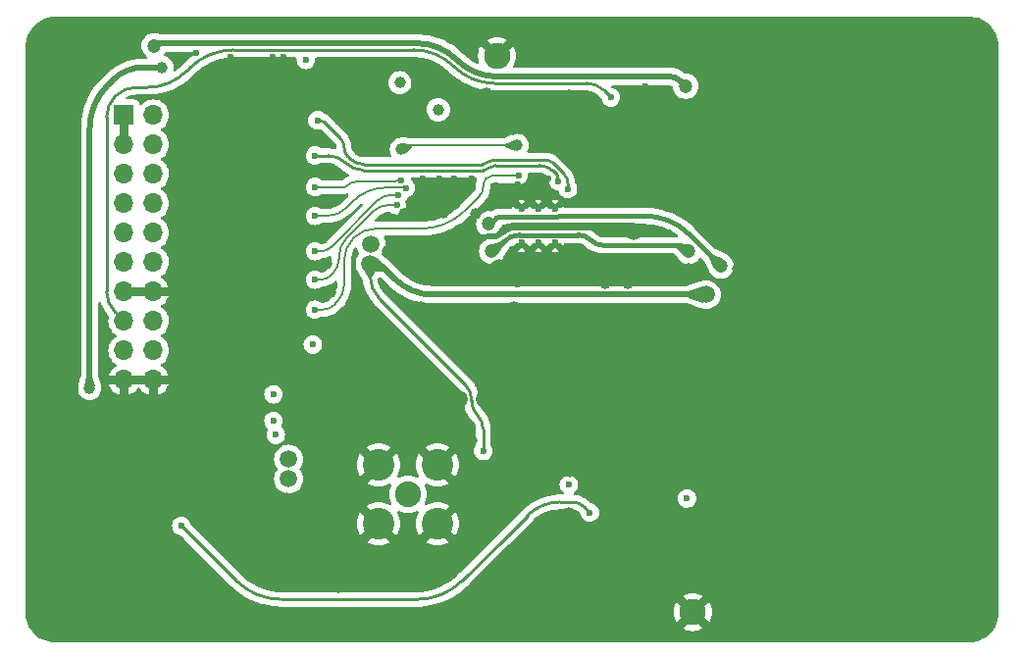
<source format=gbr>
%TF.GenerationSoftware,KiCad,Pcbnew,8.0.8-8.0.8-0~ubuntu22.04.1*%
%TF.CreationDate,2025-02-19T20:52:00+01:00*%
%TF.ProjectId,LO_synth_ADF4351_module,4c4f5f73-796e-4746-985f-414446343335,rev?*%
%TF.SameCoordinates,Original*%
%TF.FileFunction,Copper,L3,Inr*%
%TF.FilePolarity,Positive*%
%FSLAX46Y46*%
G04 Gerber Fmt 4.6, Leading zero omitted, Abs format (unit mm)*
G04 Created by KiCad (PCBNEW 8.0.8-8.0.8-0~ubuntu22.04.1) date 2025-02-19 20:52:00*
%MOMM*%
%LPD*%
G01*
G04 APERTURE LIST*
%TA.AperFunction,ComponentPad*%
%ADD10C,2.286000*%
%TD*%
%TA.AperFunction,HeatsinkPad*%
%ADD11C,0.600000*%
%TD*%
%TA.AperFunction,ComponentPad*%
%ADD12R,1.700000X1.700000*%
%TD*%
%TA.AperFunction,ComponentPad*%
%ADD13O,1.700000X1.700000*%
%TD*%
%TA.AperFunction,ComponentPad*%
%ADD14C,2.240000*%
%TD*%
%TA.AperFunction,ComponentPad*%
%ADD15C,2.740000*%
%TD*%
%TA.AperFunction,ViaPad*%
%ADD16C,0.700000*%
%TD*%
%TA.AperFunction,ViaPad*%
%ADD17C,1.000000*%
%TD*%
%TA.AperFunction,ViaPad*%
%ADD18C,1.500000*%
%TD*%
%TA.AperFunction,ViaPad*%
%ADD19C,0.800000*%
%TD*%
%TA.AperFunction,ViaPad*%
%ADD20C,0.600000*%
%TD*%
%TA.AperFunction,ViaPad*%
%ADD21C,5.000000*%
%TD*%
%TA.AperFunction,ViaPad*%
%ADD22C,1.200000*%
%TD*%
%TA.AperFunction,Conductor*%
%ADD23C,0.200000*%
%TD*%
%TA.AperFunction,Conductor*%
%ADD24C,0.381000*%
%TD*%
%TA.AperFunction,Conductor*%
%ADD25C,0.508000*%
%TD*%
%TA.AperFunction,Conductor*%
%ADD26C,0.254000*%
%TD*%
%TA.AperFunction,Conductor*%
%ADD27C,0.700000*%
%TD*%
%TA.AperFunction,Conductor*%
%ADD28C,0.507000*%
%TD*%
G04 APERTURE END LIST*
D10*
%TO.N,GND*%
%TO.C,J3*%
X104200000Y-37900000D03*
X121100000Y-85900000D03*
%TD*%
D11*
%TO.N,GND*%
%TO.C,U2*%
X106300000Y-51112500D03*
X106300000Y-54012500D03*
X107750000Y-51112500D03*
X107750000Y-54012500D03*
X109200000Y-51112500D03*
X109200000Y-54012500D03*
%TD*%
D12*
%TO.N,GND*%
%TO.C,J1*%
X72000000Y-43000000D03*
D13*
%TO.N,Net-(J1-Pin_2)*%
X74540000Y-43000000D03*
%TO.N,GND*%
X72000000Y-45540000D03*
%TO.N,Fref_IN*%
X74540000Y-45540000D03*
%TO.N,Mute_RF*%
X72000000Y-48080000D03*
%TO.N,LD*%
X74540000Y-48080000D03*
%TO.N,DATA*%
X72000000Y-50620000D03*
%TO.N,CLK*%
X74540000Y-50620000D03*
%TO.N,CE*%
X72000000Y-53160000D03*
%TO.N,LE*%
X74540000Y-53160000D03*
%TO.N,Net-(J1-Pin_11)*%
X72000000Y-55700000D03*
%TO.N,MUX*%
X74540000Y-55700000D03*
%TO.N,GND*%
X72000000Y-58240000D03*
X74540000Y-58240000D03*
%TO.N,LO_Buff_EN*%
X72000000Y-60780000D03*
%TO.N,~{RX_{EN}}*%
X74540000Y-60780000D03*
%TO.N,I2C_SCL*%
X72000000Y-63320000D03*
%TO.N,I2C_SDA*%
X74540000Y-63320000D03*
%TO.N,GND*%
X72000000Y-65860000D03*
X74540000Y-65860000D03*
%TD*%
D14*
%TO.N,Net-(J2-In)*%
%TO.C,J2*%
X96500000Y-75750000D03*
D15*
%TO.N,GND*%
X93960000Y-73210000D03*
X93960000Y-78290000D03*
X99040000Y-73210000D03*
X99040000Y-78290000D03*
%TD*%
D16*
%TO.N,GND*%
X109200000Y-52600000D03*
X107700000Y-52600000D03*
X106400000Y-52600000D03*
D17*
%TO.N,/3V8*%
X69037500Y-66600000D03*
X75262500Y-38862500D03*
%TO.N,GND*%
X101000000Y-70000000D03*
X89800000Y-58250000D03*
X126100000Y-72000000D03*
D18*
X124414433Y-86250000D03*
X145000000Y-71441176D03*
D17*
X78000000Y-58600000D03*
X105050000Y-80950000D03*
X75400000Y-70600000D03*
D18*
X116891658Y-35600000D03*
D19*
X97800000Y-35400000D03*
D17*
X100500000Y-44062500D03*
D18*
X116365380Y-67500000D03*
X67000000Y-42382352D03*
D20*
X128750000Y-40250000D03*
D17*
X88250000Y-79500000D03*
D18*
X145000000Y-56676464D03*
D17*
X102400000Y-51500000D03*
D20*
X83750000Y-54500000D03*
D17*
X119500000Y-62250000D03*
X120800000Y-73500000D03*
D20*
X85750000Y-51750000D03*
D18*
X117897057Y-86500000D03*
D17*
X124250000Y-82350000D03*
D18*
X129304807Y-86250000D03*
X118576918Y-67500000D03*
X113400000Y-79200000D03*
D17*
X98800000Y-40200000D03*
D20*
X85500000Y-57000000D03*
D17*
X98700000Y-56000000D03*
X105050000Y-77550000D03*
D18*
X103225935Y-86500000D03*
D20*
X81203284Y-37994963D03*
D18*
X90500000Y-83500000D03*
D17*
X124500000Y-70750000D03*
D18*
X76650000Y-86500000D03*
X114323528Y-38000000D03*
D17*
X118750000Y-46000000D03*
X88250000Y-81250000D03*
X82000000Y-72900000D03*
D18*
X116764704Y-38000000D03*
D17*
X67125000Y-62900000D03*
D18*
X107000000Y-38000000D03*
D17*
X128550000Y-70200000D03*
X102000000Y-72750000D03*
D20*
X106000000Y-49000000D03*
D17*
X89750000Y-50500000D03*
D18*
X90500000Y-69356618D03*
D17*
X102000000Y-80550000D03*
D21*
X142000000Y-41000000D03*
D17*
X104300000Y-61000000D03*
X80600000Y-63500000D03*
X105600000Y-44200000D03*
X67200000Y-66700000D03*
D18*
X67000000Y-52147056D03*
D17*
X99250000Y-70000000D03*
X92500000Y-82500000D03*
D20*
X83600000Y-38200000D03*
X108250000Y-41250000D03*
D18*
X65000000Y-54764712D03*
D19*
X88248152Y-35400000D03*
D20*
X85750000Y-54500000D03*
D18*
X134500000Y-73544120D03*
X117350000Y-69250000D03*
X123250000Y-63250000D03*
X109727772Y-35600000D03*
X128882360Y-38000000D03*
D20*
X122300000Y-75700000D03*
X82000000Y-59750000D03*
D18*
X76650000Y-84500000D03*
X114503696Y-35600000D03*
X114153842Y-67500000D03*
X104900000Y-69900000D03*
D20*
X108627000Y-48500000D03*
D17*
X71000000Y-75750000D03*
D20*
X102000000Y-48500000D03*
D17*
X89750000Y-52750000D03*
X111500000Y-48800000D03*
X99500000Y-82500000D03*
D18*
X134500000Y-39250000D03*
X121667582Y-35600000D03*
X90500000Y-78952206D03*
X130750000Y-75058824D03*
X107339810Y-35600000D03*
D20*
X127250000Y-45500000D03*
D17*
X121750000Y-47500000D03*
X110300000Y-44900000D03*
D20*
X117900000Y-57300000D03*
D18*
X130750000Y-65000000D03*
D20*
X117750000Y-46250000D03*
D18*
X119279620Y-35600000D03*
X100884614Y-67500000D03*
X105671122Y-86500000D03*
X111882352Y-38000000D03*
D17*
X77400000Y-61200000D03*
D18*
X121647056Y-38000000D03*
X130750000Y-72441176D03*
D20*
X128750000Y-43500000D03*
D17*
X76500000Y-50500000D03*
D18*
X133607392Y-35600000D03*
D17*
X100800000Y-61000000D03*
D18*
X145000000Y-69000000D03*
D17*
X131050000Y-62100000D03*
D18*
X65000000Y-66970592D03*
X134500000Y-85750000D03*
D20*
X100500000Y-48500000D03*
D17*
X102000000Y-71050000D03*
D18*
X130750000Y-77500000D03*
D17*
X115500000Y-57500000D03*
X131750000Y-49000000D03*
D18*
X65000000Y-44882352D03*
D17*
X94750000Y-61500000D03*
D18*
X109441176Y-38000000D03*
D17*
X109800000Y-82600000D03*
D19*
X83472228Y-35400000D03*
D17*
X77887500Y-50500000D03*
X131000000Y-59850000D03*
D18*
X134500000Y-63779416D03*
X126441176Y-38000000D03*
X93445187Y-86500000D03*
X107600000Y-69250000D03*
D20*
X128750000Y-48750000D03*
X84800000Y-71800000D03*
D17*
X126000000Y-79650000D03*
D18*
X65000000Y-64529416D03*
X125000000Y-65250000D03*
D19*
X71532418Y-35400000D03*
D18*
X130750000Y-67441176D03*
D17*
X94250000Y-82500000D03*
D18*
X65000000Y-69411768D03*
D17*
X113900000Y-62000000D03*
X95750000Y-62500000D03*
X124500000Y-62250000D03*
D18*
X120788456Y-67500000D03*
D17*
X67225000Y-55800000D03*
X110400000Y-77300000D03*
X96200000Y-51519000D03*
X102600000Y-61000000D03*
D18*
X124500000Y-58000000D03*
D17*
X102000000Y-74150000D03*
D18*
X69000000Y-36426472D03*
D17*
X116200000Y-46200000D03*
X76500000Y-47750000D03*
X113500000Y-57500000D03*
D18*
X108116309Y-86500000D03*
D19*
X100187962Y-35400000D03*
D18*
X145000000Y-49352936D03*
D17*
X125500000Y-81200000D03*
D18*
X88400000Y-86500000D03*
X76500000Y-80000000D03*
D17*
X120500000Y-44500000D03*
X128250000Y-53000000D03*
X97500000Y-70000000D03*
D18*
X65000000Y-42441176D03*
D20*
X122750000Y-43500000D03*
D17*
X126500000Y-53000000D03*
X92250000Y-70000000D03*
D18*
X134500000Y-51455880D03*
D20*
X82250000Y-49000000D03*
X84000000Y-57000000D03*
D17*
X67200000Y-69900000D03*
D18*
X90500000Y-66957721D03*
X98335561Y-86500000D03*
X145000000Y-46911760D03*
X67000000Y-37500000D03*
D17*
X110500000Y-73750000D03*
D18*
X145000000Y-66558824D03*
D17*
X95750000Y-70000000D03*
D18*
X65000000Y-62088240D03*
X119450000Y-69250000D03*
X112115734Y-35600000D03*
X65000000Y-40000000D03*
D17*
X102000000Y-44062500D03*
X89500000Y-55800000D03*
X104050000Y-78500000D03*
X75400000Y-69000000D03*
D18*
X91000000Y-86500000D03*
D17*
X88250000Y-77750000D03*
D18*
X145000000Y-61676472D03*
D17*
X123000000Y-51500000D03*
D20*
X81000000Y-42200000D03*
D18*
X117200000Y-79150000D03*
D17*
X126500000Y-44000000D03*
D20*
X123550000Y-77750000D03*
D18*
X86050000Y-76293750D03*
D17*
X78000000Y-55600000D03*
D18*
X65000000Y-49764704D03*
X123000000Y-67500000D03*
X67000000Y-49705880D03*
X134500000Y-75985296D03*
D17*
X99600000Y-51400000D03*
D18*
X68500000Y-74250000D03*
X90500000Y-74154412D03*
D17*
X110400000Y-46600000D03*
D18*
X123000000Y-69250000D03*
X90500000Y-81351103D03*
D17*
X90000000Y-47750000D03*
D18*
X72500000Y-76750000D03*
X113006683Y-86500000D03*
D17*
X125000000Y-56250000D03*
D18*
X122500000Y-79100000D03*
D17*
X93800000Y-39200000D03*
D21*
X142000000Y-82000000D03*
D20*
X84900000Y-68300000D03*
D17*
X91400000Y-39200000D03*
X115750000Y-56250000D03*
D20*
X85750000Y-59750000D03*
D17*
X119500000Y-64000000D03*
D18*
X134500000Y-49014704D03*
X109730766Y-67500000D03*
D19*
X95412038Y-35400000D03*
D18*
X104400000Y-56200000D03*
D17*
X82300000Y-81700000D03*
D19*
X90636114Y-35400000D03*
D18*
X145000000Y-51794112D03*
D17*
X89912500Y-61200000D03*
D18*
X67000000Y-39941176D03*
D20*
X81000000Y-43200000D03*
X118500000Y-41000000D03*
D17*
X126000000Y-78100000D03*
D18*
X110561496Y-86500000D03*
D17*
X110300000Y-43100000D03*
X126500000Y-51500000D03*
D20*
X114500000Y-46250000D03*
D17*
X88250000Y-74500000D03*
D18*
X100780748Y-86500000D03*
X120800000Y-77600000D03*
X126859620Y-86250000D03*
D17*
X103500000Y-82500000D03*
X100800000Y-81500000D03*
D18*
X90500000Y-71755515D03*
X128831468Y-35600000D03*
D20*
X78200000Y-37600000D03*
D18*
X113450000Y-69300000D03*
D17*
X88250000Y-72750000D03*
D18*
X134500000Y-46573528D03*
X119205880Y-38000000D03*
D20*
X104141720Y-49027070D03*
D18*
X98673076Y-67500000D03*
X95890374Y-86500000D03*
D17*
X77912500Y-47700000D03*
D20*
X81750000Y-51750000D03*
D18*
X86150000Y-86500000D03*
D19*
X76308342Y-35400000D03*
D20*
X84000000Y-59750000D03*
D18*
X111000000Y-55500000D03*
X65000000Y-71852944D03*
D17*
X120500000Y-46000000D03*
X83800000Y-83000000D03*
D18*
X65000000Y-59647064D03*
D17*
X77000000Y-45000000D03*
D18*
X90500000Y-76553309D03*
X134500000Y-80867648D03*
D17*
X87450000Y-83050000D03*
X91250000Y-60500000D03*
D18*
X126443506Y-35600000D03*
D17*
X103000000Y-79500000D03*
X97400000Y-40200000D03*
D18*
X90500000Y-64558824D03*
D17*
X103250000Y-41077000D03*
D18*
X115451870Y-86500000D03*
X104951848Y-35600000D03*
D17*
X94750000Y-54750000D03*
D20*
X82000000Y-57000000D03*
D17*
X107800000Y-73500000D03*
D18*
X134500000Y-68661768D03*
X134500000Y-71102944D03*
D17*
X103750000Y-44062500D03*
X126150000Y-73750000D03*
D20*
X84800000Y-38000000D03*
D18*
X134500000Y-61338240D03*
X131750000Y-86250000D03*
X134500000Y-41691176D03*
D17*
X115700000Y-62000000D03*
D18*
X108050000Y-78300000D03*
X134500000Y-78426472D03*
D17*
X71000000Y-70500000D03*
X77250000Y-70750000D03*
D18*
X96461538Y-67500000D03*
D20*
X82250000Y-46250000D03*
D17*
X110400000Y-41300000D03*
X77250000Y-69000000D03*
D18*
X67000000Y-47264704D03*
D17*
X121750000Y-49000000D03*
D18*
X145000000Y-54235288D03*
D19*
X81084266Y-35400000D03*
D17*
X105700000Y-59600000D03*
D18*
X102563886Y-35600000D03*
D17*
X124750000Y-51500000D03*
D18*
X130750000Y-82441176D03*
X67000000Y-44823528D03*
D20*
X115700000Y-55300000D03*
D18*
X105307690Y-67500000D03*
D17*
X94000000Y-70000000D03*
X97200000Y-56000000D03*
D18*
X111942304Y-67500000D03*
X115350000Y-77850000D03*
X65000000Y-52205880D03*
D17*
X90600000Y-43400000D03*
X79950000Y-79700000D03*
D20*
X85750000Y-49000000D03*
D19*
X73920380Y-35400000D03*
D17*
X115300000Y-82600000D03*
D18*
X130750000Y-70000000D03*
X116750000Y-63000000D03*
X131219430Y-35600000D03*
X116000000Y-53000000D03*
X118750000Y-60250000D03*
D20*
X81750000Y-54500000D03*
D17*
X102350000Y-83750000D03*
X85600000Y-83000000D03*
X99100000Y-61000000D03*
D18*
X67000000Y-72250000D03*
D17*
X67125000Y-60600000D03*
X102100000Y-56000000D03*
D18*
X131250000Y-38000000D03*
D17*
X90600000Y-41800000D03*
D18*
X79198130Y-86500000D03*
D20*
X104700000Y-72250000D03*
D17*
X123350000Y-73450000D03*
D18*
X145000000Y-64117648D03*
X134500000Y-66220592D03*
D20*
X124250000Y-41000000D03*
D18*
X103096152Y-67500000D03*
X94250000Y-67500000D03*
D17*
X76500000Y-72500000D03*
D20*
X121500000Y-46250000D03*
X84000000Y-46250000D03*
D17*
X97750000Y-82500000D03*
D18*
X81650000Y-86500000D03*
D17*
X122700000Y-83250000D03*
X127200000Y-77250000D03*
D20*
X97750000Y-48500000D03*
X117000000Y-40500000D03*
X84000000Y-49000000D03*
D18*
X107519228Y-67500000D03*
D17*
X78600000Y-42400000D03*
D21*
X70000000Y-82000000D03*
D18*
X111600000Y-69300000D03*
D17*
X79000000Y-72500000D03*
D18*
X134500000Y-44132352D03*
X145000000Y-76323528D03*
X65000000Y-47323528D03*
X134500000Y-58897064D03*
D20*
X85750000Y-46250000D03*
D17*
X126250000Y-62250000D03*
D18*
X74750000Y-78500000D03*
X124055544Y-35600000D03*
D17*
X100400000Y-56000000D03*
X82000000Y-78000000D03*
D20*
X85800000Y-38000000D03*
D18*
X134500000Y-53897056D03*
D17*
X88250000Y-76250000D03*
X97600000Y-59600000D03*
D18*
X84088504Y-86500000D03*
X145000000Y-73882352D03*
D17*
X111200000Y-62000000D03*
X103600000Y-74200000D03*
X81150000Y-80650000D03*
D20*
X106000000Y-57600000D03*
X119000000Y-43300000D03*
D18*
X111550000Y-79200000D03*
D17*
X109250000Y-72450000D03*
D20*
X84000000Y-51750000D03*
D17*
X83750000Y-78000000D03*
D18*
X76650000Y-82050000D03*
D20*
X99250000Y-48500000D03*
D18*
X145000000Y-59235296D03*
D19*
X85860190Y-35400000D03*
D18*
X124000000Y-38000000D03*
D17*
X115400000Y-72500000D03*
D18*
X120750000Y-56500000D03*
X65000000Y-57205888D03*
X130750000Y-80000000D03*
D20*
X111825001Y-65325001D03*
X105500000Y-73050000D03*
D17*
X96000000Y-82500000D03*
X120950000Y-83250000D03*
D18*
X112750000Y-63000000D03*
D17*
X80250000Y-78000000D03*
D18*
X134500000Y-56338232D03*
X134500000Y-83308824D03*
D20*
X112000000Y-41250000D03*
D19*
X78696304Y-35400000D03*
D17*
X77987500Y-53200000D03*
D19*
X93024076Y-35400000D03*
D20*
%TO.N,Net-(U2-LD)*%
X110313137Y-49391962D03*
X88700000Y-43450000D03*
%TO.N,3V3_ADF*%
X88300000Y-62800000D03*
D18*
X93300000Y-54100000D03*
X93250000Y-55800000D03*
X86200000Y-72700000D03*
X86200000Y-74400000D03*
X122250000Y-58500000D03*
D20*
X103000000Y-72000000D03*
%TO.N,Net-(U2-MUXOUT)*%
X88500000Y-59800000D03*
X106048624Y-48201376D03*
%TO.N,Net-(U2-PDB_{RF})*%
X109500000Y-48700000D03*
X88500000Y-46500000D03*
%TO.N,Net-(U2-CE)*%
X95544902Y-50763453D03*
X88500000Y-57200000D03*
%TO.N,Net-(U2-LE)*%
X88500000Y-54750000D03*
X95685421Y-49900000D03*
%TO.N,Net-(U2-DATA)*%
X96338193Y-49300000D03*
X88500000Y-51700000D03*
%TO.N,Net-(U2-CLK)*%
X95945142Y-48603211D03*
X88500000Y-49200000D03*
D17*
%TO.N,Net-(U2-REF_{IN})*%
X95950420Y-45950420D03*
X105925000Y-45619000D03*
D20*
%TO.N,Net-(C36-Pad2)*%
X112200000Y-77300000D03*
X76950000Y-78450000D03*
%TO.N,Net-(U101-Vcc)*%
X120600000Y-76100000D03*
D22*
%TO.N,Net-(U2-CP_{OUT})*%
X120750000Y-54750000D03*
X103750000Y-54750000D03*
D20*
%TO.N,LO_Buff_EN*%
X114031843Y-41470646D03*
D22*
%TO.N,/5V6*%
X74600000Y-37000000D03*
X120500000Y-40500000D03*
%TO.N,Net-(U2-SW)*%
X103496325Y-52403675D03*
X123500000Y-56000000D03*
D20*
%TO.N,Net-(U7-A2)*%
X84900000Y-67100000D03*
%TO.N,Net-(U7-A1)*%
X84900000Y-69400000D03*
%TO.N,Net-(U7-A0)*%
X85100000Y-70600000D03*
D17*
%TO.N,V_VCTCXO*%
X95800000Y-40200000D03*
%TO.N,Net-(U8-VDD)*%
X99131679Y-42531379D03*
D20*
%TO.N,3V3_VCTCXO*%
X87702297Y-38223000D03*
%TO.N,/3V3_LS*%
X110400000Y-74900000D03*
%TD*%
D23*
%TO.N,Net-(U2-LE)*%
X95027024Y-49900000D02*
G75*
G03*
X93903061Y-50365546I-24J-1589500D01*
G01*
X89878768Y-54389860D02*
X89878767Y-54389860D01*
X89009314Y-54750000D02*
X88500000Y-54750000D01*
X89878767Y-54389860D02*
G75*
G02*
X89009314Y-54750007I-869467J869460D01*
G01*
X95685421Y-49900000D02*
X95027024Y-49900000D01*
X93903071Y-50365556D02*
X93903071Y-50365557D01*
X93903071Y-50365557D02*
X89878768Y-54389860D01*
D24*
%TO.N,Net-(U2-SW)*%
X104370442Y-51783000D02*
G75*
G03*
X104108488Y-51891488I-42J-370400D01*
G01*
D23*
X103631680Y-52368319D02*
G75*
G02*
X103546325Y-52403702I-85380J85319D01*
G01*
D24*
X120793792Y-53293792D02*
G75*
G03*
X116946036Y-51699989I-3847792J-3847808D01*
G01*
X109619420Y-51700000D02*
G75*
G03*
X109519218Y-51741487I-20J-141700D01*
G01*
X109519231Y-51741500D02*
G75*
G02*
X109419041Y-51783026I-100231J100200D01*
G01*
X104108500Y-51891500D02*
X103891500Y-52108500D01*
D25*
%TO.N,/5V6*%
X74963676Y-36786963D02*
G75*
G03*
X74706538Y-36893501I24J-363637D01*
G01*
X120084500Y-40084500D02*
G75*
G03*
X119081394Y-39669002I-1003100J-1003100D01*
G01*
X100727981Y-38227981D02*
G75*
G03*
X97249055Y-36786992I-3478881J-3478919D01*
G01*
X100727981Y-38227981D02*
G75*
G03*
X104206907Y-39669008I3478919J3478881D01*
G01*
D26*
%TO.N,LO_Buff_EN*%
X100487323Y-38808981D02*
G75*
G03*
X103966249Y-40250049I3478977J3478881D01*
G01*
X77414213Y-39185786D02*
G75*
G02*
X74000000Y-40600007I-3414213J3414186D01*
G01*
X71250000Y-41350000D02*
G75*
G03*
X70499954Y-43160660I1810600J-1810700D01*
G01*
X113421520Y-40860323D02*
G75*
G03*
X111948069Y-40250029I-1473420J-1473477D01*
G01*
X100487323Y-38808981D02*
G75*
G03*
X97008397Y-37367963I-3478923J-3478919D01*
G01*
X81486000Y-37367963D02*
G75*
G03*
X77638247Y-38961758I0J-5441537D01*
G01*
X70500000Y-58219339D02*
G75*
G03*
X71250012Y-60029988I2560700J39D01*
G01*
X73060660Y-40600000D02*
G75*
G03*
X71250032Y-41350032I40J-2560600D01*
G01*
D24*
%TO.N,Net-(U2-CP_{OUT})*%
X104359099Y-54340900D02*
G75*
G02*
X103975000Y-54499999I-384099J384100D01*
G01*
X106176829Y-53342000D02*
G75*
G03*
X104778991Y-53920991I-29J-1976800D01*
G01*
X112296000Y-53796000D02*
G75*
G03*
X113392052Y-54250019I1096100J1096100D01*
G01*
X103875000Y-54500000D02*
G75*
G03*
X103750000Y-54625000I0J-125000D01*
G01*
X112296000Y-53796000D02*
G75*
G03*
X111199947Y-53341951I-1096100J-1096000D01*
G01*
X120500000Y-54500000D02*
G75*
G03*
X119896446Y-54250022I-603500J-603500D01*
G01*
D26*
%TO.N,Net-(C36-Pad2)*%
X111750000Y-76850000D02*
G75*
G03*
X110663603Y-76399998I-1086400J-1086400D01*
G01*
X109640686Y-76400000D02*
G75*
G03*
X106808074Y-77573327I14J-4005900D01*
G01*
X81706207Y-83206207D02*
G75*
G03*
X85553963Y-84800011I3847793J3847807D01*
G01*
X101175164Y-83206207D02*
G75*
G02*
X97327407Y-84799990I-3847764J3847807D01*
G01*
X104697538Y-79683832D02*
X101383832Y-82997538D01*
D23*
%TO.N,Net-(U2-REF_{IN})*%
X96516189Y-45619000D02*
G75*
G03*
X96116129Y-45784709I11J-565800D01*
G01*
%TO.N,Net-(U2-CLK)*%
X95529816Y-48676605D02*
G75*
G02*
X95352626Y-48750013I-177216J177205D01*
G01*
X95707006Y-48603211D02*
G75*
G03*
X95529812Y-48676601I-6J-250589D01*
G01*
X91984924Y-48750000D02*
G75*
G03*
X91381370Y-48999999I-24J-853500D01*
G01*
X88525000Y-49225000D02*
G75*
G03*
X88585355Y-49250018I60400J60400D01*
G01*
X91381371Y-49000000D02*
G75*
G02*
X90777817Y-49249999I-603571J603600D01*
G01*
%TO.N,Net-(U2-DATA)*%
X91207106Y-50992892D02*
G75*
G02*
X89500000Y-51700003I-1707106J1707092D01*
G01*
X94619096Y-49250000D02*
G75*
G03*
X91769763Y-50430222I4J-4029600D01*
G01*
X96313193Y-49275000D02*
G75*
G03*
X96252837Y-49249986I-60393J-60400D01*
G01*
%TO.N,Net-(U2-CE)*%
X89828337Y-56853032D02*
G75*
G02*
X88990685Y-57199994I-837637J837632D01*
G01*
X91203033Y-53631280D02*
G75*
G03*
X90550031Y-55207842I1576567J-1576520D01*
G01*
X90550000Y-55375736D02*
G75*
G02*
X90015675Y-56665675I-1824300J36D01*
G01*
X94807881Y-50763453D02*
G75*
G03*
X93549713Y-51284610I19J-1779347D01*
G01*
D26*
%TO.N,Net-(U2-PDB_{RF})*%
X104030037Y-47349376D02*
G75*
G03*
X103546420Y-47549666I-37J-683924D01*
G01*
X109024688Y-47824688D02*
G75*
G03*
X107877183Y-47349390I-1147488J-1147512D01*
G01*
X91125000Y-47125000D02*
G75*
G03*
X89616116Y-46499993I-1508900J-1508900D01*
G01*
X103546442Y-47549688D02*
G75*
G02*
X103062846Y-47750035I-483642J483588D01*
G01*
X91125000Y-47125000D02*
G75*
G03*
X92633883Y-47750007I1508900J1508900D01*
G01*
X109358578Y-48158578D02*
G75*
G02*
X109500013Y-48500000I-341378J-341422D01*
G01*
D23*
%TO.N,Net-(U2-MUXOUT)*%
X103768198Y-48250000D02*
G75*
G03*
X103225001Y-48475001I2J-768200D01*
G01*
X101434314Y-51234314D02*
G75*
G02*
X97654415Y-52800006I-3779914J3779914D01*
G01*
X106024312Y-48225688D02*
G75*
G02*
X105965617Y-48250014I-58712J58688D01*
G01*
X91800000Y-53600000D02*
G75*
G03*
X91000029Y-55531326I1931300J-1931300D01*
G01*
X90166726Y-59364644D02*
G75*
G02*
X89115685Y-59799988I-1051026J1051044D01*
G01*
X103225000Y-48475000D02*
G75*
G03*
X102999999Y-49018198I543200J-543200D01*
G01*
X93731377Y-52800000D02*
G75*
G03*
X91800009Y-53600009I23J-2731400D01*
G01*
X103000000Y-49184314D02*
G75*
G02*
X102657522Y-50011076I-1169200J14D01*
G01*
X91000000Y-57634314D02*
G75*
G02*
X90365681Y-59165681I-2165700J14D01*
G01*
D26*
%TO.N,3V3_ADF*%
X102000000Y-67692893D02*
G75*
G03*
X102499998Y-68900002I1707100J-7D01*
G01*
X93250000Y-56925000D02*
G75*
G03*
X94045493Y-58845497I2716000J0D01*
G01*
D25*
X95400000Y-57150000D02*
G75*
G03*
X98659188Y-58500005I3259200J3259200D01*
G01*
D26*
X102500000Y-68900000D02*
G75*
G02*
X102999997Y-70107106I-1207100J-1207100D01*
G01*
D25*
X94332842Y-56082842D02*
G75*
G03*
X93650000Y-55800004I-682842J-682858D01*
G01*
D26*
X101434314Y-66234314D02*
G75*
G02*
X101999991Y-67600000I-1365714J-1365686D01*
G01*
%TO.N,Net-(U2-LD)*%
X109042041Y-47142041D02*
G75*
G03*
X108446538Y-46895336I-595541J-595459D01*
G01*
X103381389Y-47072688D02*
G75*
G02*
X102953319Y-47250009I-428089J428088D01*
G01*
X103809458Y-46895376D02*
G75*
G03*
X103381422Y-47072721I42J-605324D01*
G01*
X91500000Y-46750000D02*
G75*
G03*
X92707106Y-47249997I1207100J1207100D01*
G01*
X90674888Y-45005333D02*
G75*
G02*
X90999984Y-45790222I-784888J-784867D01*
G01*
X109967070Y-48067070D02*
G75*
G02*
X110313105Y-48902549I-835470J-835430D01*
G01*
X91000000Y-45790222D02*
G75*
G03*
X91325122Y-46575100I1110000J22D01*
G01*
X89267890Y-43598335D02*
G75*
G03*
X88909777Y-43450031I-358090J-358165D01*
G01*
D25*
%TO.N,GND*%
X104341421Y-53358578D02*
G75*
G02*
X104000000Y-53499983I-341421J341478D01*
G01*
D23*
X115800000Y-52800000D02*
G75*
G03*
X115317157Y-52600018I-482800J-482800D01*
G01*
D27*
X105736396Y-52600000D02*
G75*
G03*
X104650001Y-53050001I4J-1536400D01*
G01*
D26*
X102499999Y-53899999D02*
G75*
G03*
X102099993Y-54865685I965701J-965701D01*
G01*
D25*
X103350000Y-53500000D02*
G75*
G03*
X102581801Y-53818198I0J-1086400D01*
G01*
X104000000Y-53500000D02*
X103600000Y-53500000D01*
D28*
%TO.N,/3V8*%
X70587499Y-40412499D02*
G75*
G03*
X69037511Y-44154531I3742001J-3742001D01*
G01*
X73700000Y-38862500D02*
G75*
G03*
X71032647Y-39967356I0J-3772200D01*
G01*
D27*
%TO.N,GND*%
X105736396Y-52600000D02*
X106400000Y-52600000D01*
D25*
X104341421Y-53358578D02*
X104650000Y-53050000D01*
D24*
%TO.N,Net-(U2-CP_{OUT})*%
X120750000Y-54750000D02*
X120500000Y-54500000D01*
X113392052Y-54250000D02*
X119896446Y-54250000D01*
X106176829Y-53342000D02*
X111199947Y-53342000D01*
X104359099Y-54340900D02*
X104779000Y-53921000D01*
X103975000Y-54500000D02*
X103875000Y-54500000D01*
D27*
%TO.N,GND*%
X107700000Y-52600000D02*
X109200000Y-52600000D01*
X107700000Y-52600000D02*
X106400000Y-52600000D01*
D24*
%TO.N,Net-(U2-SW)*%
X123500000Y-56000000D02*
X120793792Y-53293792D01*
X116946036Y-51700000D02*
X109619420Y-51700000D01*
X104370442Y-51783000D02*
X109419041Y-51783000D01*
D23*
%TO.N,GND*%
X115800000Y-52800000D02*
X116000000Y-53000000D01*
D27*
X115317157Y-52600000D02*
X109200000Y-52600000D01*
D25*
X103600000Y-53500000D02*
X103350000Y-53500000D01*
D26*
X102499999Y-53899999D02*
X102581801Y-53818198D01*
X102100000Y-56000000D02*
X102100000Y-54865685D01*
D28*
%TO.N,/3V8*%
X70587499Y-40412499D02*
X71032645Y-39967354D01*
X75262500Y-38862500D02*
X73700000Y-38862500D01*
X69037500Y-44154531D02*
X69037500Y-66600000D01*
D26*
%TO.N,Net-(U2-LD)*%
X108446538Y-46895376D02*
X103809458Y-46895376D01*
X88700000Y-43450000D02*
X88909777Y-43450000D01*
X109042041Y-47142041D02*
X109967070Y-48067070D01*
X102953319Y-47250000D02*
X92707106Y-47250000D01*
X110313137Y-49391962D02*
X110313137Y-48902549D01*
X90674888Y-45005333D02*
X89267890Y-43598335D01*
X91500000Y-46750000D02*
X91325111Y-46575111D01*
D25*
%TO.N,3V3_ADF*%
X98659188Y-58500000D02*
X122250000Y-58500000D01*
D26*
X94045495Y-58845495D02*
X101434314Y-66234314D01*
D25*
X95400000Y-57150000D02*
X94332842Y-56082842D01*
D26*
X102000000Y-67692893D02*
X102000000Y-67600000D01*
X93250000Y-56925000D02*
X93250000Y-55800000D01*
D25*
X93250000Y-55800000D02*
X93650000Y-55800000D01*
D26*
X103000000Y-70107106D02*
X103000000Y-72000000D01*
D23*
%TO.N,Net-(U2-MUXOUT)*%
X97654415Y-52800000D02*
X93731377Y-52800000D01*
X101434314Y-51234314D02*
X102657537Y-50011091D01*
X103768198Y-48250000D02*
X105965617Y-48250000D01*
X91000000Y-55531326D02*
X91000000Y-57634314D01*
X103000000Y-49018198D02*
X103000000Y-49184314D01*
X106024312Y-48225688D02*
X106048624Y-48201376D01*
X88500000Y-59800000D02*
X89115685Y-59800000D01*
X90166726Y-59364644D02*
X90365685Y-59165685D01*
D26*
%TO.N,Net-(U2-PDB_{RF})*%
X104030037Y-47349376D02*
X107877183Y-47349376D01*
X88500000Y-46500000D02*
X89616116Y-46500000D01*
X103062846Y-47750000D02*
X92633883Y-47750000D01*
X109024688Y-47824688D02*
X109358578Y-48158578D01*
X109500000Y-48700000D02*
X109500000Y-48500000D01*
D23*
%TO.N,Net-(U2-CE)*%
X91203033Y-53631280D02*
X93549708Y-51284605D01*
X90550000Y-55207842D02*
X90550000Y-55375736D01*
X89828337Y-56853032D02*
X90015685Y-56665685D01*
X95544902Y-50763453D02*
X94807881Y-50763453D01*
X88990685Y-57200000D02*
X88500000Y-57200000D01*
%TO.N,Net-(U2-DATA)*%
X89500000Y-51700000D02*
X88500000Y-51700000D01*
X91207106Y-50992892D02*
X91769770Y-50430229D01*
X94619096Y-49250000D02*
X96252837Y-49250000D01*
X96338193Y-49300000D02*
X96313193Y-49275000D01*
%TO.N,Net-(U2-CLK)*%
X88500000Y-49200000D02*
X88525000Y-49225000D01*
X95945142Y-48603211D02*
X95707006Y-48603211D01*
X95352626Y-48750000D02*
X91984924Y-48750000D01*
X88585355Y-49250000D02*
X90777817Y-49250000D01*
%TO.N,Net-(U2-REF_{IN})*%
X95950420Y-45950420D02*
X96116130Y-45784710D01*
X96516189Y-45619000D02*
X105900000Y-45619000D01*
D26*
%TO.N,Net-(C36-Pad2)*%
X81706207Y-83206207D02*
X76950000Y-78450000D01*
X85553963Y-84800000D02*
X97327407Y-84800000D01*
X104697538Y-79683832D02*
X106808059Y-77573312D01*
X101383832Y-82997538D02*
X101175164Y-83206207D01*
X111750000Y-76850000D02*
X112200000Y-77300000D01*
X110663603Y-76400000D02*
X109640686Y-76400000D01*
D25*
%TO.N,Net-(U2-CP_{OUT})*%
X103750000Y-54750000D02*
X103750000Y-54625000D01*
D26*
%TO.N,LO_Buff_EN*%
X97008397Y-37367963D02*
X81486000Y-37367963D01*
X70500000Y-43160660D02*
X70500000Y-58219339D01*
X103966249Y-40250000D02*
X111948069Y-40250000D01*
X71250000Y-60030000D02*
X72000000Y-60780000D01*
X74000000Y-40600000D02*
X73060660Y-40600000D01*
X77414213Y-39185786D02*
X77638244Y-38961755D01*
X114031843Y-41470646D02*
X113421520Y-40860323D01*
D25*
%TO.N,/5V6*%
X74963676Y-36786963D02*
X97249055Y-36786963D01*
X120084500Y-40084500D02*
X120500000Y-40500000D01*
X119081394Y-39669000D02*
X104206907Y-39669000D01*
X74706518Y-36893481D02*
X74600000Y-37000000D01*
D23*
%TO.N,Net-(U2-SW)*%
X103546325Y-52403675D02*
X103496325Y-52403675D01*
X103631680Y-52368319D02*
X103891500Y-52108500D01*
%TD*%
%TA.AperFunction,Conductor*%
%TO.N,GND*%
G36*
X102433576Y-48397185D02*
G01*
X102479331Y-48449989D01*
X102489275Y-48519147D01*
X102481098Y-48548951D01*
X102478487Y-48555255D01*
X102469356Y-48577299D01*
X102422918Y-48750607D01*
X102399500Y-48928479D01*
X102399500Y-49178211D01*
X102398903Y-49190367D01*
X102389768Y-49283102D01*
X102385025Y-49306945D01*
X102359750Y-49390257D01*
X102350447Y-49412714D01*
X102309405Y-49489494D01*
X102295900Y-49509705D01*
X102278978Y-49530324D01*
X102236973Y-49581505D01*
X102236650Y-49581898D01*
X102228493Y-49590897D01*
X102223914Y-49595477D01*
X102223914Y-49595478D01*
X102178967Y-49640421D01*
X102178931Y-49640459D01*
X101033928Y-50785464D01*
X101033926Y-50785466D01*
X101011418Y-50807973D01*
X101007910Y-50811346D01*
X100739679Y-51059296D01*
X100732276Y-51065619D01*
X100447331Y-51290252D01*
X100439454Y-51295975D01*
X100137760Y-51497561D01*
X100129467Y-51502642D01*
X99850101Y-51659096D01*
X99812896Y-51679932D01*
X99804221Y-51684352D01*
X99474704Y-51836262D01*
X99465709Y-51839988D01*
X99125288Y-51965577D01*
X99116028Y-51968585D01*
X98766820Y-52067072D01*
X98757352Y-52069345D01*
X98401485Y-52140132D01*
X98391869Y-52141655D01*
X98031548Y-52184303D01*
X98021842Y-52185067D01*
X97656983Y-52199404D01*
X97652114Y-52199500D01*
X93783410Y-52199500D01*
X93716371Y-52179815D01*
X93670616Y-52127011D01*
X93660672Y-52057853D01*
X93689697Y-51994297D01*
X93695729Y-51987819D01*
X93819434Y-51864114D01*
X93970894Y-51712653D01*
X93978017Y-51706068D01*
X94107577Y-51595415D01*
X94123297Y-51583994D01*
X94264398Y-51497527D01*
X94281709Y-51488706D01*
X94434594Y-51425378D01*
X94453090Y-51419368D01*
X94613991Y-51380738D01*
X94633201Y-51377695D01*
X94802945Y-51364335D01*
X94812675Y-51363953D01*
X94962490Y-51363953D01*
X95029529Y-51383638D01*
X95039805Y-51391008D01*
X95042638Y-51393267D01*
X95042640Y-51393269D01*
X95195380Y-51489242D01*
X95365647Y-51548821D01*
X95365652Y-51548822D01*
X95544898Y-51569018D01*
X95544902Y-51569018D01*
X95544906Y-51569018D01*
X95724151Y-51548822D01*
X95724154Y-51548821D01*
X95724157Y-51548821D01*
X95894424Y-51489242D01*
X96047164Y-51393269D01*
X96174718Y-51265715D01*
X96270691Y-51112975D01*
X96330270Y-50942708D01*
X96330271Y-50942702D01*
X96350467Y-50763456D01*
X96350467Y-50763449D01*
X96330271Y-50584203D01*
X96330269Y-50584193D01*
X96303725Y-50508337D01*
X96300162Y-50438558D01*
X96315771Y-50401410D01*
X96411210Y-50249522D01*
X96442118Y-50161188D01*
X96482839Y-50104414D01*
X96518202Y-50085104D01*
X96687715Y-50025789D01*
X96840455Y-49929816D01*
X96968009Y-49802262D01*
X97063982Y-49649522D01*
X97123561Y-49479255D01*
X97129585Y-49425789D01*
X97143758Y-49300003D01*
X97143758Y-49299996D01*
X97123562Y-49120750D01*
X97123561Y-49120745D01*
X97087679Y-49018200D01*
X97063982Y-48950478D01*
X97063323Y-48949430D01*
X97003412Y-48854082D01*
X96968009Y-48797738D01*
X96840455Y-48670184D01*
X96840453Y-48670182D01*
X96840450Y-48670180D01*
X96802553Y-48646368D01*
X96756261Y-48594034D01*
X96745304Y-48555259D01*
X96740811Y-48515380D01*
X96752867Y-48446560D01*
X96800217Y-48395181D01*
X96864032Y-48377500D01*
X102366537Y-48377500D01*
X102433576Y-48397185D01*
G37*
%TD.AperFunction*%
%TA.AperFunction,Conductor*%
G36*
X74139901Y-57932993D02*
G01*
X74074075Y-58047007D01*
X74040000Y-58174174D01*
X74040000Y-58305826D01*
X74074075Y-58432993D01*
X74139901Y-58547007D01*
X74207894Y-58615000D01*
X72332106Y-58615000D01*
X72400099Y-58547007D01*
X72465925Y-58432993D01*
X72500000Y-58305826D01*
X72500000Y-58174174D01*
X72465925Y-58047007D01*
X72400099Y-57932993D01*
X72332106Y-57865000D01*
X74207894Y-57865000D01*
X74139901Y-57932993D01*
G37*
%TD.AperFunction*%
%TA.AperFunction,Conductor*%
G36*
X72375000Y-45207894D02*
G01*
X72307007Y-45139901D01*
X72192993Y-45074075D01*
X72065826Y-45040000D01*
X71934174Y-45040000D01*
X71807007Y-45074075D01*
X71692993Y-45139901D01*
X71625000Y-45207894D01*
X71625000Y-43332106D01*
X71692993Y-43400099D01*
X71807007Y-43465925D01*
X71934174Y-43500000D01*
X72065826Y-43500000D01*
X72192993Y-43465925D01*
X72307007Y-43400099D01*
X72375000Y-43332106D01*
X72375000Y-45207894D01*
G37*
%TD.AperFunction*%
%TA.AperFunction,Conductor*%
G36*
X78102316Y-37561148D02*
G01*
X78148071Y-37613952D01*
X78158015Y-37683110D01*
X78128990Y-37746666D01*
X78102316Y-37769779D01*
X78022473Y-37821090D01*
X77675432Y-38080884D01*
X77347814Y-38364767D01*
X77347789Y-38364790D01*
X77241348Y-38471232D01*
X77024379Y-38688200D01*
X77024373Y-38688204D01*
X76972414Y-38740165D01*
X76968505Y-38743907D01*
X76704301Y-38986007D01*
X76696015Y-38992961D01*
X76444714Y-39185792D01*
X76379545Y-39210986D01*
X76311100Y-39196948D01*
X76261110Y-39148134D01*
X76245446Y-39080043D01*
X76247612Y-39063215D01*
X76248524Y-39058631D01*
X76253967Y-39003368D01*
X76267841Y-38862500D01*
X76248524Y-38666368D01*
X76191314Y-38477773D01*
X76191311Y-38477769D01*
X76191311Y-38477766D01*
X76098413Y-38303967D01*
X76098409Y-38303960D01*
X75973383Y-38151616D01*
X75821039Y-38026590D01*
X75821032Y-38026586D01*
X75647228Y-37933686D01*
X75513571Y-37893141D01*
X75455133Y-37854844D01*
X75426676Y-37791031D01*
X75437237Y-37721964D01*
X75450605Y-37699765D01*
X75532942Y-37590734D01*
X75589051Y-37549100D01*
X75631895Y-37541463D01*
X78035277Y-37541463D01*
X78102316Y-37561148D01*
G37*
%TD.AperFunction*%
%TA.AperFunction,Conductor*%
G36*
X116948473Y-52391095D02*
G01*
X117313904Y-52405456D01*
X117323577Y-52406217D01*
X117684360Y-52448920D01*
X117693934Y-52450436D01*
X118050265Y-52521317D01*
X118059696Y-52523581D01*
X118409347Y-52622195D01*
X118418576Y-52625193D01*
X118759416Y-52750936D01*
X118768411Y-52754662D01*
X118975635Y-52850194D01*
X119098317Y-52906751D01*
X119106988Y-52911170D01*
X119423937Y-53088671D01*
X119432221Y-53093746D01*
X119719435Y-53285657D01*
X119734286Y-53295580D01*
X119742144Y-53301288D01*
X119785585Y-53335535D01*
X119826044Y-53392494D01*
X119829286Y-53462289D01*
X119794279Y-53522756D01*
X119732139Y-53554699D01*
X119712789Y-53556848D01*
X119675163Y-53558054D01*
X119661765Y-53559000D01*
X113396940Y-53559000D01*
X113387208Y-53558617D01*
X113267416Y-53549186D01*
X113248198Y-53546142D01*
X113136097Y-53519226D01*
X113117592Y-53513213D01*
X113011084Y-53469094D01*
X112993748Y-53460261D01*
X112895448Y-53400021D01*
X112879706Y-53388583D01*
X112788130Y-53310368D01*
X112780982Y-53303760D01*
X112724910Y-53247688D01*
X112724304Y-53247146D01*
X112695617Y-53218456D01*
X112695612Y-53218452D01*
X112695610Y-53218450D01*
X112498823Y-53061503D01*
X112498821Y-53061502D01*
X112498819Y-53061500D01*
X112285704Y-52927578D01*
X112058926Y-52818357D01*
X112058919Y-52818354D01*
X111821346Y-52735215D01*
X111821345Y-52735214D01*
X111821343Y-52735214D01*
X111821340Y-52735213D01*
X111821332Y-52735211D01*
X111575954Y-52679196D01*
X111575949Y-52679195D01*
X111575947Y-52679195D01*
X111325822Y-52651004D01*
X111325820Y-52651003D01*
X111325818Y-52651003D01*
X111274147Y-52651002D01*
X111274103Y-52651000D01*
X111268005Y-52651000D01*
X111199968Y-52651000D01*
X111122111Y-52650998D01*
X111122110Y-52650998D01*
X111115346Y-52650998D01*
X111115310Y-52651000D01*
X109787505Y-52651000D01*
X109720466Y-52631315D01*
X109674711Y-52578511D01*
X109664767Y-52509353D01*
X109693792Y-52445797D01*
X109734966Y-52416097D01*
X109734488Y-52415159D01*
X109755344Y-52404527D01*
X109811661Y-52391000D01*
X116943605Y-52391000D01*
X116948473Y-52391095D01*
G37*
%TD.AperFunction*%
%TA.AperFunction,Conductor*%
G36*
X105618265Y-52493685D02*
G01*
X105664020Y-52546489D01*
X105673964Y-52615647D01*
X105644939Y-52679203D01*
X105586161Y-52716977D01*
X105578818Y-52718891D01*
X105437123Y-52751230D01*
X105437115Y-52751232D01*
X105154292Y-52850194D01*
X104884330Y-52980198D01*
X104884314Y-52980207D01*
X104630600Y-53139625D01*
X104630598Y-53139627D01*
X104617060Y-53150422D01*
X104552372Y-53176826D01*
X104483677Y-53164066D01*
X104432787Y-53116192D01*
X104415858Y-53048404D01*
X104433565Y-52990688D01*
X104433443Y-52990627D01*
X104433810Y-52989888D01*
X104434335Y-52988180D01*
X104435988Y-52985508D01*
X104435998Y-52985496D01*
X104526907Y-52802925D01*
X104582722Y-52606758D01*
X104584594Y-52586557D01*
X104610381Y-52521620D01*
X104667182Y-52480933D01*
X104708065Y-52474000D01*
X105551226Y-52474000D01*
X105618265Y-52493685D01*
G37*
%TD.AperFunction*%
%TA.AperFunction,Conductor*%
G36*
X144809367Y-34502947D02*
G01*
X144825050Y-34504692D01*
X144825071Y-34504469D01*
X144833155Y-34505202D01*
X144833164Y-34505204D01*
X144886389Y-34503050D01*
X144891392Y-34502950D01*
X144921995Y-34502950D01*
X144923894Y-34502967D01*
X145179330Y-34507342D01*
X145193530Y-34508405D01*
X145464370Y-34544423D01*
X145478376Y-34547113D01*
X145743279Y-34613992D01*
X145756885Y-34618273D01*
X146012354Y-34715129D01*
X146025377Y-34720944D01*
X146268039Y-34846498D01*
X146280307Y-34853769D01*
X146506946Y-35006356D01*
X146518288Y-35014981D01*
X146725911Y-35192590D01*
X146736198Y-35202470D01*
X146922038Y-35402732D01*
X146931122Y-35413727D01*
X147092748Y-35634020D01*
X147100510Y-35645986D01*
X147235759Y-35883364D01*
X147242096Y-35896142D01*
X147349198Y-36147494D01*
X147354025Y-36160915D01*
X147430156Y-36418179D01*
X147431553Y-36422898D01*
X147434807Y-36436785D01*
X147481737Y-36705936D01*
X147483375Y-36720104D01*
X147499295Y-36996441D01*
X147499500Y-37003573D01*
X147499500Y-85996249D01*
X147499274Y-86003736D01*
X147481728Y-86293794D01*
X147479923Y-86308659D01*
X147428219Y-86590798D01*
X147424635Y-86605336D01*
X147339306Y-86879167D01*
X147333997Y-86893168D01*
X147216275Y-87154736D01*
X147209316Y-87167995D01*
X147060928Y-87413459D01*
X147052422Y-87425782D01*
X146875526Y-87651573D01*
X146865596Y-87662781D01*
X146662781Y-87865596D01*
X146651573Y-87875526D01*
X146425782Y-88052422D01*
X146413459Y-88060928D01*
X146167995Y-88209316D01*
X146154736Y-88216275D01*
X145893168Y-88333997D01*
X145879167Y-88339306D01*
X145605336Y-88424635D01*
X145590798Y-88428219D01*
X145308659Y-88479923D01*
X145293794Y-88481728D01*
X145003736Y-88499274D01*
X144996249Y-88499500D01*
X66190733Y-88499500D01*
X66175055Y-88497757D01*
X66175035Y-88497980D01*
X66166941Y-88497246D01*
X66166935Y-88497246D01*
X66113704Y-88499399D01*
X66108695Y-88499500D01*
X66078287Y-88499500D01*
X66076164Y-88499482D01*
X66063077Y-88499257D01*
X65820498Y-88495103D01*
X65806275Y-88494039D01*
X65535166Y-88457984D01*
X65521160Y-88455294D01*
X65255984Y-88388346D01*
X65242378Y-88384065D01*
X64986641Y-88287108D01*
X64973618Y-88281293D01*
X64730717Y-88155616D01*
X64718446Y-88148343D01*
X64491571Y-87995594D01*
X64480218Y-87986962D01*
X64338342Y-87865596D01*
X64272386Y-87809174D01*
X64262102Y-87799297D01*
X64076066Y-87598823D01*
X64066982Y-87587828D01*
X63905197Y-87367318D01*
X63897435Y-87355352D01*
X63790685Y-87167995D01*
X63762037Y-87117715D01*
X63755706Y-87104947D01*
X63648494Y-86853333D01*
X63643670Y-86839922D01*
X63566055Y-86577650D01*
X63562806Y-86563782D01*
X63515825Y-86294341D01*
X63514188Y-86280175D01*
X63500705Y-86046121D01*
X63500500Y-86038990D01*
X63500500Y-85900000D01*
X119451920Y-85900000D01*
X119472211Y-86157820D01*
X119532582Y-86409285D01*
X119631549Y-86648213D01*
X119703707Y-86765962D01*
X120255839Y-86213830D01*
X120302430Y-86326310D01*
X120400924Y-86473717D01*
X120526283Y-86599076D01*
X120673690Y-86697570D01*
X120786168Y-86744160D01*
X120234036Y-87296291D01*
X120234036Y-87296292D01*
X120351786Y-87368450D01*
X120590714Y-87467417D01*
X120842179Y-87527788D01*
X121100000Y-87548079D01*
X121357820Y-87527788D01*
X121609285Y-87467417D01*
X121848209Y-87368451D01*
X121965961Y-87296291D01*
X121413830Y-86744160D01*
X121526310Y-86697570D01*
X121673717Y-86599076D01*
X121799076Y-86473717D01*
X121897570Y-86326310D01*
X121944160Y-86213830D01*
X122496291Y-86765961D01*
X122568451Y-86648209D01*
X122667417Y-86409285D01*
X122727788Y-86157820D01*
X122748079Y-85900000D01*
X122727788Y-85642179D01*
X122667417Y-85390714D01*
X122568450Y-85151786D01*
X122496291Y-85034036D01*
X121944160Y-85586168D01*
X121897570Y-85473690D01*
X121799076Y-85326283D01*
X121673717Y-85200924D01*
X121526310Y-85102430D01*
X121413830Y-85055839D01*
X121965962Y-84503707D01*
X121848213Y-84431549D01*
X121609285Y-84332582D01*
X121357820Y-84272211D01*
X121100000Y-84251920D01*
X120842179Y-84272211D01*
X120590714Y-84332582D01*
X120351786Y-84431549D01*
X120234036Y-84503707D01*
X120786169Y-85055839D01*
X120673690Y-85102430D01*
X120526283Y-85200924D01*
X120400924Y-85326283D01*
X120302430Y-85473690D01*
X120255839Y-85586168D01*
X119703707Y-85034036D01*
X119631549Y-85151786D01*
X119532582Y-85390714D01*
X119472211Y-85642179D01*
X119451920Y-85900000D01*
X63500500Y-85900000D01*
X63500500Y-78449996D01*
X76144435Y-78449996D01*
X76144435Y-78450003D01*
X76164630Y-78629249D01*
X76164631Y-78629254D01*
X76224211Y-78799523D01*
X76244520Y-78831844D01*
X76320184Y-78952262D01*
X76447738Y-79079816D01*
X76600478Y-79175789D01*
X76770745Y-79235368D01*
X76814635Y-79240313D01*
X76879048Y-79267378D01*
X76888433Y-79275852D01*
X81310661Y-83698081D01*
X81310831Y-83698234D01*
X81415776Y-83803179D01*
X81543823Y-83914132D01*
X81743410Y-84087076D01*
X82090442Y-84346860D01*
X82090447Y-84346863D01*
X82455141Y-84581238D01*
X82835625Y-84788999D01*
X83229961Y-84969087D01*
X83636140Y-85120585D01*
X83909746Y-85200924D01*
X84052093Y-85242722D01*
X84475690Y-85334872D01*
X84475694Y-85334872D01*
X84475696Y-85334873D01*
X84904795Y-85396570D01*
X85306273Y-85425286D01*
X85337202Y-85427499D01*
X85337203Y-85427499D01*
X85477718Y-85427499D01*
X85477726Y-85427500D01*
X85492160Y-85427500D01*
X85553959Y-85427500D01*
X85630151Y-85427501D01*
X85630155Y-85427500D01*
X97251215Y-85427500D01*
X97327408Y-85427500D01*
X97389210Y-85427500D01*
X97395232Y-85427500D01*
X97395435Y-85427490D01*
X97544164Y-85427490D01*
X97976572Y-85396564D01*
X98405672Y-85334868D01*
X98405673Y-85334867D01*
X98405678Y-85334867D01*
X98829269Y-85242721D01*
X98829272Y-85242720D01*
X98829277Y-85242719D01*
X99138968Y-85151786D01*
X99245213Y-85120590D01*
X99245216Y-85120588D01*
X99245229Y-85120585D01*
X99651409Y-84969088D01*
X100045746Y-84789002D01*
X100426232Y-84581243D01*
X100790926Y-84346869D01*
X101137972Y-84087077D01*
X101465600Y-83803188D01*
X101575171Y-83693618D01*
X101575173Y-83693617D01*
X101643752Y-83625038D01*
X101672748Y-83596043D01*
X101672749Y-83596041D01*
X101679808Y-83588982D01*
X101679814Y-83588975D01*
X101871244Y-83397545D01*
X105184949Y-80083840D01*
X105243508Y-80025281D01*
X105243521Y-80025266D01*
X107187685Y-78081103D01*
X107187695Y-78081096D01*
X107226726Y-78042064D01*
X107249627Y-78019162D01*
X107253994Y-78015004D01*
X107492925Y-77798447D01*
X107502306Y-77790747D01*
X107758839Y-77600485D01*
X107768945Y-77593732D01*
X108042895Y-77429530D01*
X108053597Y-77423810D01*
X108342318Y-77287253D01*
X108353539Y-77282605D01*
X108654259Y-77175004D01*
X108665861Y-77171484D01*
X108975699Y-77093872D01*
X108987590Y-77091507D01*
X109303519Y-77044641D01*
X109315621Y-77043449D01*
X109637228Y-77027648D01*
X109643313Y-77027500D01*
X109716881Y-77027500D01*
X110587409Y-77027500D01*
X110658727Y-77027500D01*
X110668455Y-77027881D01*
X110796057Y-77037924D01*
X110815272Y-77040967D01*
X110826853Y-77043748D01*
X110934979Y-77069707D01*
X110953483Y-77075720D01*
X110997319Y-77093877D01*
X111067216Y-77122829D01*
X111084547Y-77131659D01*
X111187799Y-77194933D01*
X111189519Y-77195987D01*
X111205260Y-77207424D01*
X111302602Y-77290562D01*
X111309751Y-77297171D01*
X111367231Y-77354651D01*
X111367237Y-77354656D01*
X111374146Y-77361565D01*
X111407631Y-77422888D01*
X111409685Y-77435361D01*
X111414630Y-77479249D01*
X111474210Y-77649521D01*
X111483705Y-77664632D01*
X111570184Y-77802262D01*
X111697738Y-77929816D01*
X111726259Y-77947737D01*
X111848959Y-78024835D01*
X111850478Y-78025789D01*
X111979381Y-78070894D01*
X112020745Y-78085368D01*
X112020750Y-78085369D01*
X112199996Y-78105565D01*
X112200000Y-78105565D01*
X112200004Y-78105565D01*
X112379249Y-78085369D01*
X112379252Y-78085368D01*
X112379255Y-78085368D01*
X112549522Y-78025789D01*
X112702262Y-77929816D01*
X112829816Y-77802262D01*
X112925789Y-77649522D01*
X112985368Y-77479255D01*
X112991719Y-77422888D01*
X113005565Y-77300003D01*
X113005565Y-77299996D01*
X112985369Y-77120750D01*
X112985368Y-77120745D01*
X112975136Y-77091503D01*
X112925789Y-76950478D01*
X112829816Y-76797738D01*
X112702262Y-76670184D01*
X112594165Y-76602262D01*
X112549521Y-76574210D01*
X112379249Y-76514630D01*
X112335361Y-76509685D01*
X112270947Y-76482617D01*
X112261565Y-76474146D01*
X112254656Y-76467237D01*
X112254654Y-76467234D01*
X112176272Y-76388852D01*
X112176268Y-76388849D01*
X112150008Y-76362589D01*
X112150007Y-76362588D01*
X112145676Y-76358257D01*
X112145660Y-76358243D01*
X112107783Y-76320364D01*
X112022434Y-76252301D01*
X111917761Y-76168827D01*
X111808217Y-76099996D01*
X119794435Y-76099996D01*
X119794435Y-76100003D01*
X119814630Y-76279249D01*
X119814631Y-76279254D01*
X119874211Y-76449523D01*
X119908962Y-76504828D01*
X119970184Y-76602262D01*
X120097738Y-76729816D01*
X120188080Y-76786582D01*
X120205833Y-76797737D01*
X120250478Y-76825789D01*
X120420745Y-76885368D01*
X120420750Y-76885369D01*
X120599996Y-76905565D01*
X120600000Y-76905565D01*
X120600004Y-76905565D01*
X120779249Y-76885369D01*
X120779252Y-76885368D01*
X120779255Y-76885368D01*
X120949522Y-76825789D01*
X121102262Y-76729816D01*
X121229816Y-76602262D01*
X121325789Y-76449522D01*
X121385368Y-76279255D01*
X121397810Y-76168827D01*
X121405565Y-76100003D01*
X121405565Y-76099996D01*
X121385369Y-75920750D01*
X121385368Y-75920745D01*
X121361941Y-75853794D01*
X121325789Y-75750478D01*
X121229816Y-75597738D01*
X121102262Y-75470184D01*
X120949523Y-75374211D01*
X120779254Y-75314631D01*
X120779249Y-75314630D01*
X120600004Y-75294435D01*
X120599996Y-75294435D01*
X120420750Y-75314630D01*
X120420745Y-75314631D01*
X120250476Y-75374211D01*
X120097737Y-75470184D01*
X119970184Y-75597737D01*
X119874211Y-75750476D01*
X119814631Y-75920745D01*
X119814630Y-75920750D01*
X119794435Y-76099996D01*
X111808217Y-76099996D01*
X111711970Y-76039520D01*
X111711967Y-76039518D01*
X111492999Y-75934068D01*
X111263602Y-75853798D01*
X111263590Y-75853794D01*
X111061835Y-75807745D01*
X111026641Y-75799712D01*
X111026638Y-75799711D01*
X111026626Y-75799709D01*
X110909093Y-75786467D01*
X110844679Y-75759401D01*
X110805123Y-75701806D01*
X110802986Y-75631969D01*
X110838944Y-75572062D01*
X110857000Y-75558255D01*
X110902262Y-75529816D01*
X111029816Y-75402262D01*
X111125789Y-75249522D01*
X111185368Y-75079255D01*
X111192942Y-75012033D01*
X111205565Y-74900003D01*
X111205565Y-74899996D01*
X111185369Y-74720750D01*
X111185368Y-74720745D01*
X111125789Y-74550478D01*
X111029816Y-74397738D01*
X110902262Y-74270184D01*
X110749523Y-74174211D01*
X110579254Y-74114631D01*
X110579249Y-74114630D01*
X110400004Y-74094435D01*
X110399996Y-74094435D01*
X110220750Y-74114630D01*
X110220745Y-74114631D01*
X110050476Y-74174211D01*
X109897737Y-74270184D01*
X109770184Y-74397737D01*
X109674211Y-74550476D01*
X109614631Y-74720745D01*
X109614630Y-74720750D01*
X109594435Y-74899996D01*
X109594435Y-74900003D01*
X109614630Y-75079249D01*
X109614631Y-75079254D01*
X109674211Y-75249523D01*
X109715122Y-75314632D01*
X109770184Y-75402262D01*
X109897738Y-75529816D01*
X109919526Y-75543506D01*
X109965817Y-75595841D01*
X109976465Y-75664894D01*
X109948090Y-75728743D01*
X109889701Y-75767115D01*
X109853554Y-75772500D01*
X109692067Y-75772500D01*
X109691995Y-75772479D01*
X109438382Y-75772479D01*
X109438381Y-75772480D01*
X109035316Y-75807745D01*
X108636870Y-75878004D01*
X108636863Y-75878005D01*
X108322700Y-75962187D01*
X108246051Y-75982726D01*
X108246048Y-75982727D01*
X108246046Y-75982727D01*
X107865849Y-76121111D01*
X107499153Y-76292106D01*
X107148758Y-76494411D01*
X106817334Y-76726481D01*
X106507396Y-76986554D01*
X106408052Y-77085900D01*
X106408051Y-77085901D01*
X104280089Y-79213861D01*
X104280088Y-79213862D01*
X100983823Y-82510128D01*
X100785333Y-82708619D01*
X100785332Y-82708620D01*
X100733194Y-82760757D01*
X100729685Y-82764132D01*
X100457449Y-83015781D01*
X100450045Y-83022104D01*
X100160869Y-83250070D01*
X100152992Y-83255792D01*
X99846793Y-83460386D01*
X99838492Y-83465474D01*
X99517183Y-83645414D01*
X99508508Y-83649834D01*
X99174090Y-83804002D01*
X99165094Y-83807728D01*
X98819602Y-83935186D01*
X98810342Y-83938195D01*
X98455901Y-84038157D01*
X98446434Y-84040429D01*
X98085266Y-84112270D01*
X98075650Y-84113793D01*
X97709951Y-84157077D01*
X97700244Y-84157841D01*
X97329579Y-84172404D01*
X97324711Y-84172500D01*
X85556393Y-84172500D01*
X85551524Y-84172404D01*
X85181129Y-84157848D01*
X85171423Y-84157084D01*
X84805726Y-84113800D01*
X84796109Y-84112277D01*
X84434927Y-84040431D01*
X84425460Y-84038158D01*
X84425456Y-84038157D01*
X84071043Y-83938200D01*
X84061784Y-83935193D01*
X83716282Y-83807729D01*
X83707287Y-83804003D01*
X83372852Y-83649826D01*
X83364177Y-83645405D01*
X83042892Y-83465476D01*
X83034590Y-83460389D01*
X82728393Y-83255795D01*
X82720516Y-83250072D01*
X82431319Y-83022087D01*
X82423916Y-83015764D01*
X82151507Y-82763953D01*
X82147997Y-82760578D01*
X77775852Y-78388433D01*
X77742367Y-78327110D01*
X77740314Y-78314648D01*
X77735368Y-78270745D01*
X77675789Y-78100478D01*
X77666295Y-78085369D01*
X77624708Y-78019183D01*
X77579816Y-77947738D01*
X77452262Y-77820184D01*
X77299523Y-77724211D01*
X77129254Y-77664631D01*
X77129249Y-77664630D01*
X76950004Y-77644435D01*
X76949996Y-77644435D01*
X76770750Y-77664630D01*
X76770745Y-77664631D01*
X76600476Y-77724211D01*
X76447737Y-77820184D01*
X76320184Y-77947737D01*
X76224211Y-78100476D01*
X76164631Y-78270745D01*
X76164630Y-78270750D01*
X76144435Y-78449996D01*
X63500500Y-78449996D01*
X63500500Y-72699997D01*
X84944723Y-72699997D01*
X84944723Y-72700002D01*
X84963793Y-72917975D01*
X84963793Y-72917979D01*
X85020422Y-73129322D01*
X85020424Y-73129326D01*
X85020425Y-73129330D01*
X85058041Y-73209998D01*
X85112897Y-73327638D01*
X85112898Y-73327639D01*
X85218797Y-73478878D01*
X85241123Y-73545081D01*
X85224113Y-73612849D01*
X85218796Y-73621122D01*
X85112900Y-73772357D01*
X85112898Y-73772361D01*
X85020426Y-73970668D01*
X85020422Y-73970677D01*
X84963793Y-74182020D01*
X84963793Y-74182023D01*
X84961866Y-74204047D01*
X84944723Y-74399997D01*
X84944723Y-74400002D01*
X84963793Y-74617975D01*
X84963793Y-74617979D01*
X85020422Y-74829322D01*
X85020424Y-74829326D01*
X85020425Y-74829330D01*
X85060539Y-74915354D01*
X85112897Y-75027638D01*
X85112898Y-75027639D01*
X85238402Y-75206877D01*
X85393123Y-75361598D01*
X85572361Y-75487102D01*
X85770670Y-75579575D01*
X85982023Y-75636207D01*
X86164926Y-75652208D01*
X86199998Y-75655277D01*
X86200000Y-75655277D01*
X86200002Y-75655277D01*
X86228254Y-75652805D01*
X86417977Y-75636207D01*
X86629330Y-75579575D01*
X86827639Y-75487102D01*
X87006877Y-75361598D01*
X87161598Y-75206877D01*
X87287102Y-75027639D01*
X87379575Y-74829330D01*
X87436207Y-74617977D01*
X87455277Y-74400000D01*
X87436207Y-74182023D01*
X87379575Y-73970670D01*
X87287102Y-73772362D01*
X87287100Y-73772359D01*
X87287099Y-73772357D01*
X87181203Y-73621122D01*
X87158876Y-73554916D01*
X87175886Y-73487149D01*
X87181190Y-73478896D01*
X87287102Y-73327639D01*
X87341959Y-73209998D01*
X92085223Y-73209998D01*
X92085223Y-73210001D01*
X92104306Y-73476810D01*
X92104307Y-73476817D01*
X92161163Y-73738181D01*
X92254643Y-73988812D01*
X92254645Y-73988816D01*
X92382833Y-74223575D01*
X92397072Y-74242596D01*
X93154107Y-73485561D01*
X93206740Y-73612626D01*
X93299762Y-73751844D01*
X93418156Y-73870238D01*
X93557374Y-73963260D01*
X93684437Y-74015891D01*
X92927401Y-74772926D01*
X92946423Y-74787166D01*
X93181183Y-74915354D01*
X93181187Y-74915356D01*
X93431818Y-75008836D01*
X93693182Y-75065692D01*
X93693189Y-75065693D01*
X93959999Y-75084777D01*
X93960001Y-75084777D01*
X94226810Y-75065693D01*
X94226817Y-75065692D01*
X94488181Y-75008836D01*
X94738812Y-74915356D01*
X94738816Y-74915354D01*
X94889912Y-74832849D01*
X94958184Y-74817997D01*
X95023649Y-74842413D01*
X95065521Y-74898347D01*
X95070505Y-74968038D01*
X95055071Y-75006463D01*
X95051659Y-75012030D01*
X95051656Y-75012036D01*
X94954049Y-75247681D01*
X94954044Y-75247698D01*
X94894502Y-75495710D01*
X94874489Y-75750000D01*
X94894502Y-76004289D01*
X94954044Y-76252301D01*
X94954049Y-76252318D01*
X95051656Y-76487963D01*
X95051658Y-76487966D01*
X95055068Y-76493531D01*
X95073310Y-76560977D01*
X95052193Y-76627579D01*
X94998420Y-76672191D01*
X94929064Y-76680649D01*
X94889912Y-76667150D01*
X94738816Y-76584645D01*
X94738812Y-76584643D01*
X94488181Y-76491163D01*
X94226817Y-76434307D01*
X94226810Y-76434306D01*
X93960001Y-76415223D01*
X93959999Y-76415223D01*
X93693189Y-76434306D01*
X93693182Y-76434307D01*
X93431818Y-76491163D01*
X93181187Y-76584643D01*
X93181183Y-76584645D01*
X92946418Y-76712837D01*
X92946415Y-76712839D01*
X92927402Y-76727071D01*
X92927401Y-76727072D01*
X93684437Y-77484108D01*
X93557374Y-77536740D01*
X93418156Y-77629762D01*
X93299762Y-77748156D01*
X93206740Y-77887374D01*
X93154108Y-78014437D01*
X92397072Y-77257401D01*
X92397071Y-77257402D01*
X92382839Y-77276415D01*
X92382837Y-77276418D01*
X92254645Y-77511183D01*
X92254643Y-77511187D01*
X92161163Y-77761818D01*
X92104307Y-78023182D01*
X92104306Y-78023189D01*
X92085223Y-78289998D01*
X92085223Y-78290001D01*
X92104306Y-78556810D01*
X92104307Y-78556817D01*
X92161163Y-78818181D01*
X92254643Y-79068812D01*
X92254645Y-79068816D01*
X92382833Y-79303575D01*
X92397072Y-79322596D01*
X93154107Y-78565561D01*
X93206740Y-78692626D01*
X93299762Y-78831844D01*
X93418156Y-78950238D01*
X93557374Y-79043260D01*
X93684437Y-79095891D01*
X92927401Y-79852926D01*
X92946423Y-79867166D01*
X93181183Y-79995354D01*
X93181187Y-79995356D01*
X93431818Y-80088836D01*
X93693182Y-80145692D01*
X93693189Y-80145693D01*
X93959999Y-80164777D01*
X93960001Y-80164777D01*
X94226810Y-80145693D01*
X94226817Y-80145692D01*
X94488181Y-80088836D01*
X94738812Y-79995356D01*
X94738816Y-79995354D01*
X94973582Y-79867162D01*
X94992597Y-79852927D01*
X94235561Y-79095891D01*
X94362626Y-79043260D01*
X94501844Y-78950238D01*
X94620238Y-78831844D01*
X94713260Y-78692626D01*
X94765891Y-78565561D01*
X95522927Y-79322597D01*
X95537162Y-79303582D01*
X95665354Y-79068816D01*
X95665356Y-79068812D01*
X95758836Y-78818181D01*
X95815692Y-78556817D01*
X95815693Y-78556810D01*
X95834777Y-78290001D01*
X95834777Y-78289998D01*
X95815693Y-78023189D01*
X95815692Y-78023182D01*
X95758836Y-77761818D01*
X95665356Y-77511187D01*
X95665354Y-77511183D01*
X95582849Y-77360087D01*
X95567997Y-77291814D01*
X95592414Y-77226350D01*
X95648347Y-77184478D01*
X95718039Y-77179494D01*
X95756471Y-77194933D01*
X95762033Y-77198341D01*
X95762036Y-77198343D01*
X95997681Y-77295950D01*
X95997683Y-77295950D01*
X95997689Y-77295953D01*
X96245714Y-77355498D01*
X96500000Y-77375511D01*
X96754286Y-77355498D01*
X97002311Y-77295953D01*
X97109459Y-77251571D01*
X97237963Y-77198343D01*
X97237964Y-77198341D01*
X97237967Y-77198341D01*
X97243523Y-77194935D01*
X97310968Y-77176688D01*
X97377571Y-77197801D01*
X97422187Y-77251571D01*
X97430651Y-77320926D01*
X97417150Y-77360087D01*
X97334645Y-77511183D01*
X97334643Y-77511187D01*
X97241163Y-77761818D01*
X97184307Y-78023182D01*
X97184306Y-78023189D01*
X97165223Y-78289998D01*
X97165223Y-78290001D01*
X97184306Y-78556810D01*
X97184307Y-78556817D01*
X97241163Y-78818181D01*
X97334643Y-79068812D01*
X97334645Y-79068816D01*
X97462833Y-79303575D01*
X97477072Y-79322596D01*
X98234107Y-78565561D01*
X98286740Y-78692626D01*
X98379762Y-78831844D01*
X98498156Y-78950238D01*
X98637374Y-79043260D01*
X98764437Y-79095891D01*
X98007401Y-79852926D01*
X98026423Y-79867166D01*
X98261183Y-79995354D01*
X98261187Y-79995356D01*
X98511818Y-80088836D01*
X98773182Y-80145692D01*
X98773189Y-80145693D01*
X99039999Y-80164777D01*
X99040001Y-80164777D01*
X99306810Y-80145693D01*
X99306817Y-80145692D01*
X99568181Y-80088836D01*
X99818812Y-79995356D01*
X99818816Y-79995354D01*
X100053582Y-79867162D01*
X100072597Y-79852927D01*
X99315561Y-79095891D01*
X99442626Y-79043260D01*
X99581844Y-78950238D01*
X99700238Y-78831844D01*
X99793260Y-78692626D01*
X99845891Y-78565561D01*
X100602927Y-79322597D01*
X100617162Y-79303582D01*
X100745354Y-79068816D01*
X100745356Y-79068812D01*
X100838836Y-78818181D01*
X100895692Y-78556817D01*
X100895693Y-78556810D01*
X100914777Y-78290001D01*
X100914777Y-78289998D01*
X100895693Y-78023189D01*
X100895692Y-78023182D01*
X100838836Y-77761818D01*
X100745356Y-77511187D01*
X100745354Y-77511183D01*
X100617166Y-77276424D01*
X100617166Y-77276423D01*
X100602926Y-77257401D01*
X99845891Y-78014436D01*
X99793260Y-77887374D01*
X99700238Y-77748156D01*
X99581844Y-77629762D01*
X99442626Y-77536740D01*
X99315561Y-77484107D01*
X100072596Y-76727072D01*
X100053575Y-76712833D01*
X99818816Y-76584645D01*
X99818812Y-76584643D01*
X99568181Y-76491163D01*
X99306817Y-76434307D01*
X99306810Y-76434306D01*
X99040001Y-76415223D01*
X99039999Y-76415223D01*
X98773189Y-76434306D01*
X98773182Y-76434307D01*
X98511818Y-76491163D01*
X98261187Y-76584643D01*
X98261183Y-76584645D01*
X98110087Y-76667150D01*
X98041814Y-76682002D01*
X97976349Y-76657585D01*
X97934478Y-76601651D01*
X97929494Y-76531960D01*
X97944936Y-76493523D01*
X97948343Y-76487963D01*
X98045950Y-76252318D01*
X98045949Y-76252318D01*
X98045953Y-76252311D01*
X98105498Y-76004286D01*
X98125511Y-75750000D01*
X98105498Y-75495714D01*
X98045953Y-75247689D01*
X97978473Y-75084777D01*
X97948343Y-75012036D01*
X97948341Y-75012033D01*
X97944933Y-75006471D01*
X97926688Y-74939025D01*
X97947804Y-74872423D01*
X98001576Y-74827809D01*
X98070932Y-74819349D01*
X98110087Y-74832849D01*
X98261183Y-74915354D01*
X98261187Y-74915356D01*
X98511818Y-75008836D01*
X98773182Y-75065692D01*
X98773189Y-75065693D01*
X99039999Y-75084777D01*
X99040001Y-75084777D01*
X99306810Y-75065693D01*
X99306817Y-75065692D01*
X99568181Y-75008836D01*
X99818812Y-74915356D01*
X99818816Y-74915354D01*
X100053582Y-74787162D01*
X100072597Y-74772927D01*
X99315561Y-74015891D01*
X99442626Y-73963260D01*
X99581844Y-73870238D01*
X99700238Y-73751844D01*
X99793260Y-73612626D01*
X99845891Y-73485561D01*
X100602927Y-74242597D01*
X100617162Y-74223582D01*
X100745354Y-73988816D01*
X100745356Y-73988812D01*
X100838836Y-73738181D01*
X100895692Y-73476817D01*
X100895693Y-73476810D01*
X100914777Y-73210001D01*
X100914777Y-73209998D01*
X100895693Y-72943189D01*
X100895692Y-72943182D01*
X100838836Y-72681818D01*
X100745356Y-72431187D01*
X100745354Y-72431183D01*
X100617166Y-72196424D01*
X100617166Y-72196423D01*
X100602926Y-72177401D01*
X99845891Y-72934436D01*
X99793260Y-72807374D01*
X99700238Y-72668156D01*
X99581844Y-72549762D01*
X99442626Y-72456740D01*
X99315562Y-72404108D01*
X100072597Y-71647072D01*
X100053575Y-71632833D01*
X99818816Y-71504645D01*
X99818812Y-71504643D01*
X99568181Y-71411163D01*
X99306817Y-71354307D01*
X99306810Y-71354306D01*
X99040001Y-71335223D01*
X99039999Y-71335223D01*
X98773189Y-71354306D01*
X98773182Y-71354307D01*
X98511818Y-71411163D01*
X98261187Y-71504643D01*
X98261183Y-71504645D01*
X98026418Y-71632837D01*
X98026415Y-71632839D01*
X98007402Y-71647071D01*
X98007401Y-71647072D01*
X98764437Y-72404108D01*
X98637374Y-72456740D01*
X98498156Y-72549762D01*
X98379762Y-72668156D01*
X98286740Y-72807374D01*
X98234108Y-72934437D01*
X97477072Y-72177401D01*
X97477071Y-72177402D01*
X97462839Y-72196415D01*
X97462837Y-72196418D01*
X97334645Y-72431183D01*
X97334643Y-72431187D01*
X97241163Y-72681818D01*
X97184307Y-72943182D01*
X97184306Y-72943189D01*
X97165223Y-73209998D01*
X97165223Y-73210001D01*
X97184306Y-73476810D01*
X97184307Y-73476817D01*
X97241163Y-73738181D01*
X97334643Y-73988812D01*
X97334645Y-73988816D01*
X97417150Y-74139912D01*
X97432002Y-74208185D01*
X97407585Y-74273649D01*
X97351652Y-74315521D01*
X97281960Y-74320505D01*
X97243531Y-74305068D01*
X97237966Y-74301658D01*
X97237963Y-74301656D01*
X97002318Y-74204049D01*
X97002301Y-74204044D01*
X96754289Y-74144502D01*
X96500000Y-74124489D01*
X96245710Y-74144502D01*
X95997698Y-74204044D01*
X95997681Y-74204049D01*
X95762036Y-74301656D01*
X95762030Y-74301659D01*
X95756463Y-74305071D01*
X95689016Y-74323310D01*
X95622415Y-74302190D01*
X95577806Y-74248414D01*
X95569351Y-74179058D01*
X95582849Y-74139912D01*
X95665354Y-73988816D01*
X95665356Y-73988812D01*
X95758836Y-73738181D01*
X95815692Y-73476817D01*
X95815693Y-73476810D01*
X95834777Y-73210001D01*
X95834777Y-73209998D01*
X95815693Y-72943189D01*
X95815692Y-72943182D01*
X95758836Y-72681818D01*
X95665356Y-72431187D01*
X95665354Y-72431183D01*
X95537166Y-72196424D01*
X95537166Y-72196423D01*
X95522926Y-72177401D01*
X94765891Y-72934437D01*
X94713260Y-72807374D01*
X94620238Y-72668156D01*
X94501844Y-72549762D01*
X94362626Y-72456740D01*
X94235562Y-72404108D01*
X94992597Y-71647072D01*
X94973575Y-71632833D01*
X94738816Y-71504645D01*
X94738812Y-71504643D01*
X94488181Y-71411163D01*
X94226817Y-71354307D01*
X94226810Y-71354306D01*
X93960001Y-71335223D01*
X93959999Y-71335223D01*
X93693189Y-71354306D01*
X93693182Y-71354307D01*
X93431818Y-71411163D01*
X93181187Y-71504643D01*
X93181183Y-71504645D01*
X92946418Y-71632837D01*
X92946415Y-71632839D01*
X92927402Y-71647071D01*
X92927401Y-71647072D01*
X93684437Y-72404108D01*
X93557374Y-72456740D01*
X93418156Y-72549762D01*
X93299762Y-72668156D01*
X93206740Y-72807374D01*
X93154108Y-72934437D01*
X92397072Y-72177401D01*
X92397071Y-72177402D01*
X92382839Y-72196415D01*
X92382837Y-72196418D01*
X92254645Y-72431183D01*
X92254643Y-72431187D01*
X92161163Y-72681818D01*
X92104307Y-72943182D01*
X92104306Y-72943189D01*
X92085223Y-73209998D01*
X87341959Y-73209998D01*
X87379575Y-73129330D01*
X87436207Y-72917977D01*
X87455277Y-72700000D01*
X87453498Y-72679670D01*
X87442133Y-72549762D01*
X87436207Y-72482023D01*
X87379575Y-72270670D01*
X87287102Y-72072362D01*
X87287100Y-72072359D01*
X87287099Y-72072357D01*
X87161599Y-71893124D01*
X87089220Y-71820745D01*
X87006877Y-71738402D01*
X86827639Y-71612898D01*
X86827640Y-71612898D01*
X86827638Y-71612897D01*
X86728484Y-71566661D01*
X86629330Y-71520425D01*
X86629326Y-71520424D01*
X86629322Y-71520422D01*
X86417977Y-71463793D01*
X86200002Y-71444723D01*
X86199998Y-71444723D01*
X86054682Y-71457436D01*
X85982023Y-71463793D01*
X85982020Y-71463793D01*
X85770677Y-71520422D01*
X85770668Y-71520426D01*
X85572361Y-71612898D01*
X85572357Y-71612900D01*
X85393121Y-71738402D01*
X85238402Y-71893121D01*
X85112900Y-72072357D01*
X85112898Y-72072361D01*
X85020426Y-72270668D01*
X85020422Y-72270677D01*
X84963793Y-72482020D01*
X84963793Y-72482024D01*
X84944723Y-72699997D01*
X63500500Y-72699997D01*
X63500500Y-69399996D01*
X84094435Y-69399996D01*
X84094435Y-69400003D01*
X84114630Y-69579249D01*
X84114631Y-69579254D01*
X84174211Y-69749523D01*
X84270184Y-69902262D01*
X84398514Y-70030592D01*
X84431999Y-70091915D01*
X84427015Y-70161607D01*
X84415827Y-70184244D01*
X84374212Y-70250474D01*
X84314631Y-70420745D01*
X84314630Y-70420750D01*
X84294435Y-70599996D01*
X84294435Y-70600003D01*
X84314630Y-70779249D01*
X84314631Y-70779254D01*
X84374211Y-70949523D01*
X84470184Y-71102262D01*
X84597738Y-71229816D01*
X84750478Y-71325789D01*
X84831975Y-71354306D01*
X84920745Y-71385368D01*
X84920750Y-71385369D01*
X85099996Y-71405565D01*
X85100000Y-71405565D01*
X85100004Y-71405565D01*
X85279249Y-71385369D01*
X85279252Y-71385368D01*
X85279255Y-71385368D01*
X85449522Y-71325789D01*
X85602262Y-71229816D01*
X85729816Y-71102262D01*
X85825789Y-70949522D01*
X85885368Y-70779255D01*
X85905565Y-70600000D01*
X85885368Y-70420745D01*
X85825789Y-70250478D01*
X85825786Y-70250474D01*
X85784171Y-70184244D01*
X85729816Y-70097738D01*
X85602262Y-69970184D01*
X85601485Y-69969407D01*
X85568000Y-69908084D01*
X85572984Y-69838392D01*
X85584173Y-69815753D01*
X85625788Y-69749524D01*
X85625789Y-69749522D01*
X85685368Y-69579255D01*
X85685369Y-69579249D01*
X85705565Y-69400003D01*
X85705565Y-69399996D01*
X85685369Y-69220750D01*
X85685368Y-69220745D01*
X85625788Y-69050476D01*
X85529815Y-68897737D01*
X85402262Y-68770184D01*
X85249523Y-68674211D01*
X85079254Y-68614631D01*
X85079249Y-68614630D01*
X84900004Y-68594435D01*
X84899996Y-68594435D01*
X84720750Y-68614630D01*
X84720745Y-68614631D01*
X84550476Y-68674211D01*
X84397737Y-68770184D01*
X84270184Y-68897737D01*
X84174211Y-69050476D01*
X84114631Y-69220745D01*
X84114630Y-69220750D01*
X84094435Y-69399996D01*
X63500500Y-69399996D01*
X63500500Y-66600000D01*
X68032159Y-66600000D01*
X68051475Y-66796129D01*
X68108688Y-66984733D01*
X68201586Y-67158532D01*
X68201590Y-67158539D01*
X68326616Y-67310883D01*
X68478960Y-67435909D01*
X68478967Y-67435913D01*
X68652766Y-67528811D01*
X68652769Y-67528811D01*
X68652773Y-67528814D01*
X68841368Y-67586024D01*
X69037500Y-67605341D01*
X69233632Y-67586024D01*
X69422227Y-67528814D01*
X69596038Y-67435910D01*
X69748383Y-67310883D01*
X69873410Y-67158538D01*
X69966314Y-66984727D01*
X70023524Y-66796132D01*
X70042841Y-66600000D01*
X70023524Y-66403868D01*
X69991270Y-66297544D01*
X69986675Y-66275099D01*
X69986408Y-66272662D01*
X69976700Y-66235000D01*
X70702858Y-66235000D01*
X70726566Y-66323483D01*
X70726570Y-66323492D01*
X70826399Y-66537578D01*
X70961894Y-66731082D01*
X71128917Y-66898105D01*
X71322421Y-67033600D01*
X71536507Y-67133429D01*
X71536516Y-67133433D01*
X71624999Y-67157142D01*
X72375000Y-67157142D01*
X72463483Y-67133433D01*
X72463492Y-67133429D01*
X72677578Y-67033600D01*
X72871082Y-66898105D01*
X73038105Y-66731082D01*
X73168425Y-66544968D01*
X73223002Y-66501344D01*
X73292501Y-66494151D01*
X73354855Y-66525673D01*
X73371575Y-66544968D01*
X73501894Y-66731082D01*
X73668917Y-66898105D01*
X73862421Y-67033600D01*
X74076507Y-67133429D01*
X74076516Y-67133433D01*
X74164999Y-67157142D01*
X74915000Y-67157142D01*
X75003483Y-67133433D01*
X75003492Y-67133429D01*
X75075190Y-67099996D01*
X84094435Y-67099996D01*
X84094435Y-67100003D01*
X84114630Y-67279249D01*
X84114631Y-67279254D01*
X84174211Y-67449523D01*
X84226221Y-67532296D01*
X84270184Y-67602262D01*
X84397738Y-67729816D01*
X84445448Y-67759794D01*
X84547638Y-67824005D01*
X84550478Y-67825789D01*
X84653343Y-67861783D01*
X84720745Y-67885368D01*
X84720750Y-67885369D01*
X84899996Y-67905565D01*
X84900000Y-67905565D01*
X84900004Y-67905565D01*
X85079249Y-67885369D01*
X85079252Y-67885368D01*
X85079255Y-67885368D01*
X85249522Y-67825789D01*
X85402262Y-67729816D01*
X85529816Y-67602262D01*
X85625789Y-67449522D01*
X85685368Y-67279255D01*
X85695643Y-67188062D01*
X85705565Y-67100003D01*
X85705565Y-67099996D01*
X85685369Y-66920750D01*
X85685368Y-66920745D01*
X85625788Y-66750476D01*
X85572375Y-66665470D01*
X85529816Y-66597738D01*
X85402262Y-66470184D01*
X85249523Y-66374211D01*
X85079254Y-66314631D01*
X85079249Y-66314630D01*
X84900004Y-66294435D01*
X84899996Y-66294435D01*
X84720750Y-66314630D01*
X84720745Y-66314631D01*
X84550476Y-66374211D01*
X84397737Y-66470184D01*
X84270184Y-66597737D01*
X84174211Y-66750476D01*
X84114631Y-66920745D01*
X84114630Y-66920750D01*
X84094435Y-67099996D01*
X75075190Y-67099996D01*
X75217578Y-67033600D01*
X75411082Y-66898105D01*
X75578105Y-66731082D01*
X75713600Y-66537578D01*
X75813429Y-66323492D01*
X75813433Y-66323483D01*
X75837142Y-66235000D01*
X74915000Y-66235000D01*
X74915000Y-67157142D01*
X74164999Y-67157142D01*
X74165000Y-67157141D01*
X74165000Y-66235000D01*
X72375000Y-66235000D01*
X72375000Y-67157142D01*
X71624999Y-67157142D01*
X71625000Y-67157141D01*
X71625000Y-66235000D01*
X70702858Y-66235000D01*
X69976700Y-66235000D01*
X69795425Y-65531728D01*
X69791500Y-65500777D01*
X69791500Y-59261198D01*
X69811185Y-59194159D01*
X69863989Y-59148404D01*
X69933147Y-59138460D01*
X69996703Y-59167485D01*
X70034160Y-59225202D01*
X70055239Y-59294691D01*
X70175120Y-59584101D01*
X70322784Y-59860356D01*
X70322790Y-59860366D01*
X70496812Y-60120807D01*
X70496822Y-60120821D01*
X70668751Y-60330316D01*
X70696064Y-60394626D01*
X70692673Y-60441073D01*
X70664939Y-60544583D01*
X70664936Y-60544596D01*
X70644341Y-60779999D01*
X70644341Y-60780000D01*
X70664936Y-61015403D01*
X70664938Y-61015413D01*
X70726094Y-61243655D01*
X70726096Y-61243659D01*
X70726097Y-61243663D01*
X70730000Y-61252032D01*
X70825965Y-61457830D01*
X70825967Y-61457834D01*
X70934281Y-61612521D01*
X70961501Y-61651396D01*
X70961506Y-61651402D01*
X71128597Y-61818493D01*
X71128603Y-61818498D01*
X71314158Y-61948425D01*
X71357783Y-62003002D01*
X71364977Y-62072500D01*
X71333454Y-62134855D01*
X71314158Y-62151575D01*
X71128597Y-62281505D01*
X70961505Y-62448597D01*
X70825965Y-62642169D01*
X70825964Y-62642171D01*
X70726098Y-62856335D01*
X70726094Y-62856344D01*
X70664938Y-63084586D01*
X70664936Y-63084596D01*
X70644341Y-63319999D01*
X70644341Y-63320000D01*
X70664936Y-63555403D01*
X70664938Y-63555413D01*
X70726094Y-63783655D01*
X70726096Y-63783659D01*
X70726097Y-63783663D01*
X70730000Y-63792032D01*
X70825965Y-63997830D01*
X70825967Y-63997834D01*
X70934281Y-64152521D01*
X70961501Y-64191396D01*
X70961506Y-64191402D01*
X71128597Y-64358493D01*
X71128603Y-64358498D01*
X71314594Y-64488730D01*
X71358219Y-64543307D01*
X71365413Y-64612805D01*
X71333890Y-64675160D01*
X71314595Y-64691880D01*
X71128922Y-64821890D01*
X71128920Y-64821891D01*
X70961891Y-64988920D01*
X70961886Y-64988926D01*
X70826400Y-65182420D01*
X70826399Y-65182422D01*
X70726570Y-65396507D01*
X70726566Y-65396516D01*
X70702857Y-65484999D01*
X70702858Y-65485000D01*
X71667894Y-65485000D01*
X71599901Y-65552993D01*
X71534075Y-65667007D01*
X71500000Y-65794174D01*
X71500000Y-65925826D01*
X71534075Y-66052993D01*
X71599901Y-66167007D01*
X71692993Y-66260099D01*
X71807007Y-66325925D01*
X71934174Y-66360000D01*
X72065826Y-66360000D01*
X72192993Y-66325925D01*
X72307007Y-66260099D01*
X72400099Y-66167007D01*
X72465925Y-66052993D01*
X72500000Y-65925826D01*
X72500000Y-65794174D01*
X72465925Y-65667007D01*
X72400099Y-65552993D01*
X72332106Y-65485000D01*
X74207894Y-65485000D01*
X74139901Y-65552993D01*
X74074075Y-65667007D01*
X74040000Y-65794174D01*
X74040000Y-65925826D01*
X74074075Y-66052993D01*
X74139901Y-66167007D01*
X74232993Y-66260099D01*
X74347007Y-66325925D01*
X74474174Y-66360000D01*
X74605826Y-66360000D01*
X74732993Y-66325925D01*
X74847007Y-66260099D01*
X74940099Y-66167007D01*
X75005925Y-66052993D01*
X75040000Y-65925826D01*
X75040000Y-65794174D01*
X75005925Y-65667007D01*
X74940099Y-65552993D01*
X74872106Y-65485000D01*
X75837142Y-65485000D01*
X75837142Y-65484999D01*
X75813433Y-65396516D01*
X75813429Y-65396507D01*
X75713600Y-65182422D01*
X75713599Y-65182420D01*
X75578113Y-64988926D01*
X75578108Y-64988920D01*
X75411078Y-64821890D01*
X75225405Y-64691879D01*
X75181780Y-64637302D01*
X75174588Y-64567804D01*
X75206110Y-64505449D01*
X75225406Y-64488730D01*
X75411401Y-64358495D01*
X75578495Y-64191401D01*
X75714035Y-63997830D01*
X75813903Y-63783663D01*
X75875063Y-63555408D01*
X75895659Y-63320000D01*
X75875063Y-63084592D01*
X75813903Y-62856337D01*
X75787631Y-62799996D01*
X87494435Y-62799996D01*
X87494435Y-62800003D01*
X87514630Y-62979249D01*
X87514631Y-62979254D01*
X87574211Y-63149523D01*
X87670184Y-63302262D01*
X87797738Y-63429816D01*
X87950478Y-63525789D01*
X88035139Y-63555413D01*
X88120745Y-63585368D01*
X88120750Y-63585369D01*
X88299996Y-63605565D01*
X88300000Y-63605565D01*
X88300004Y-63605565D01*
X88479249Y-63585369D01*
X88479252Y-63585368D01*
X88479255Y-63585368D01*
X88649522Y-63525789D01*
X88802262Y-63429816D01*
X88929816Y-63302262D01*
X89025789Y-63149522D01*
X89085368Y-62979255D01*
X89099217Y-62856344D01*
X89105565Y-62800003D01*
X89105565Y-62799996D01*
X89085369Y-62620750D01*
X89085368Y-62620745D01*
X89025788Y-62450476D01*
X88929815Y-62297737D01*
X88802262Y-62170184D01*
X88649523Y-62074211D01*
X88479254Y-62014631D01*
X88479249Y-62014630D01*
X88300004Y-61994435D01*
X88299996Y-61994435D01*
X88120750Y-62014630D01*
X88120745Y-62014631D01*
X87950476Y-62074211D01*
X87797737Y-62170184D01*
X87670184Y-62297737D01*
X87574211Y-62450476D01*
X87514631Y-62620745D01*
X87514630Y-62620750D01*
X87494435Y-62799996D01*
X75787631Y-62799996D01*
X75714035Y-62642171D01*
X75708425Y-62634158D01*
X75578494Y-62448597D01*
X75411402Y-62281506D01*
X75411396Y-62281501D01*
X75225842Y-62151575D01*
X75182217Y-62096998D01*
X75175023Y-62027500D01*
X75206546Y-61965145D01*
X75225842Y-61948425D01*
X75248026Y-61932891D01*
X75411401Y-61818495D01*
X75578495Y-61651401D01*
X75714035Y-61457830D01*
X75813903Y-61243663D01*
X75875063Y-61015408D01*
X75895659Y-60780000D01*
X75875063Y-60544592D01*
X75815445Y-60322091D01*
X75813905Y-60316344D01*
X75813904Y-60316343D01*
X75813903Y-60316337D01*
X75714035Y-60102171D01*
X75708425Y-60094158D01*
X75578494Y-59908597D01*
X75411402Y-59741506D01*
X75411401Y-59741505D01*
X75225405Y-59611269D01*
X75181781Y-59556692D01*
X75174588Y-59487193D01*
X75206110Y-59424839D01*
X75225405Y-59408119D01*
X75411082Y-59278105D01*
X75578105Y-59111082D01*
X75713600Y-58917578D01*
X75813429Y-58703492D01*
X75813433Y-58703483D01*
X75837142Y-58615000D01*
X74872106Y-58615000D01*
X74940099Y-58547007D01*
X75005925Y-58432993D01*
X75040000Y-58305826D01*
X75040000Y-58174174D01*
X75005925Y-58047007D01*
X74940099Y-57932993D01*
X74872106Y-57865000D01*
X75837142Y-57865000D01*
X75837142Y-57864999D01*
X75813433Y-57776516D01*
X75813429Y-57776507D01*
X75713600Y-57562422D01*
X75713599Y-57562420D01*
X75578113Y-57368926D01*
X75578108Y-57368920D01*
X75411078Y-57201890D01*
X75225405Y-57071879D01*
X75181780Y-57017302D01*
X75174588Y-56947804D01*
X75206110Y-56885449D01*
X75225406Y-56868730D01*
X75411401Y-56738495D01*
X75578495Y-56571401D01*
X75714035Y-56377830D01*
X75813903Y-56163663D01*
X75875063Y-55935408D01*
X75895659Y-55700000D01*
X75875063Y-55464592D01*
X75819466Y-55257097D01*
X75813905Y-55236344D01*
X75813904Y-55236343D01*
X75813903Y-55236337D01*
X75714035Y-55022171D01*
X75708425Y-55014158D01*
X75578494Y-54828597D01*
X75411402Y-54661506D01*
X75411396Y-54661501D01*
X75225842Y-54531575D01*
X75182217Y-54476998D01*
X75175023Y-54407500D01*
X75206546Y-54345145D01*
X75225842Y-54328425D01*
X75271263Y-54296621D01*
X75411401Y-54198495D01*
X75578495Y-54031401D01*
X75714035Y-53837830D01*
X75813903Y-53623663D01*
X75875063Y-53395408D01*
X75895659Y-53160000D01*
X75875063Y-52924592D01*
X75813903Y-52696337D01*
X75714035Y-52482171D01*
X75713169Y-52480933D01*
X75578494Y-52288597D01*
X75411402Y-52121506D01*
X75411396Y-52121501D01*
X75225842Y-51991575D01*
X75182217Y-51936998D01*
X75175023Y-51867500D01*
X75206546Y-51805145D01*
X75225842Y-51788425D01*
X75316369Y-51725037D01*
X75411401Y-51658495D01*
X75578495Y-51491401D01*
X75714035Y-51297830D01*
X75813903Y-51083663D01*
X75875063Y-50855408D01*
X75895659Y-50620000D01*
X75875063Y-50384592D01*
X75813903Y-50156337D01*
X75714035Y-49942171D01*
X75708425Y-49934158D01*
X75578494Y-49748597D01*
X75411402Y-49581506D01*
X75411396Y-49581501D01*
X75225842Y-49451575D01*
X75182217Y-49396998D01*
X75175023Y-49327500D01*
X75206546Y-49265145D01*
X75225842Y-49248425D01*
X75291769Y-49202262D01*
X75411401Y-49118495D01*
X75578495Y-48951401D01*
X75714035Y-48757830D01*
X75813903Y-48543663D01*
X75875063Y-48315408D01*
X75895659Y-48080000D01*
X75875063Y-47844592D01*
X75815582Y-47622602D01*
X75813905Y-47616344D01*
X75813904Y-47616343D01*
X75813903Y-47616337D01*
X75714035Y-47402171D01*
X75708425Y-47394158D01*
X75578494Y-47208597D01*
X75411402Y-47041506D01*
X75411396Y-47041501D01*
X75225842Y-46911575D01*
X75182217Y-46856998D01*
X75175023Y-46787500D01*
X75206546Y-46725145D01*
X75225842Y-46708425D01*
X75267502Y-46679254D01*
X75411401Y-46578495D01*
X75489900Y-46499996D01*
X87694435Y-46499996D01*
X87694435Y-46500003D01*
X87714630Y-46679249D01*
X87714631Y-46679254D01*
X87774211Y-46849523D01*
X87870184Y-47002262D01*
X87997738Y-47129816D01*
X88150478Y-47225789D01*
X88320745Y-47285368D01*
X88320750Y-47285369D01*
X88499996Y-47305565D01*
X88500000Y-47305565D01*
X88500004Y-47305565D01*
X88679249Y-47285369D01*
X88679252Y-47285368D01*
X88679255Y-47285368D01*
X88849522Y-47225789D01*
X88975700Y-47146505D01*
X89041672Y-47127500D01*
X89539919Y-47127500D01*
X89612058Y-47127500D01*
X89620168Y-47127765D01*
X89804625Y-47139857D01*
X89820700Y-47141973D01*
X89998023Y-47177245D01*
X90013685Y-47181442D01*
X90184885Y-47239558D01*
X90199868Y-47245764D01*
X90362013Y-47325726D01*
X90376061Y-47333836D01*
X90526386Y-47434281D01*
X90539247Y-47444149D01*
X90614701Y-47510321D01*
X90678305Y-47566100D01*
X90684228Y-47571648D01*
X90740247Y-47627668D01*
X90740346Y-47627756D01*
X90777219Y-47664629D01*
X90829112Y-47707216D01*
X90986949Y-47836749D01*
X91212539Y-47987484D01*
X91290810Y-48029321D01*
X91363034Y-48067926D01*
X91412878Y-48116889D01*
X91428338Y-48185027D01*
X91404506Y-48250706D01*
X91352036Y-48291844D01*
X91340437Y-48296648D01*
X91340429Y-48296652D01*
X91175363Y-48391954D01*
X91175349Y-48391963D01*
X91024139Y-48507995D01*
X91024127Y-48508006D01*
X90962513Y-48569621D01*
X90950316Y-48580318D01*
X90917297Y-48605653D01*
X90889267Y-48621835D01*
X90858388Y-48634626D01*
X90827121Y-48643005D01*
X90808909Y-48645402D01*
X90785847Y-48648439D01*
X90769663Y-48649500D01*
X89132940Y-48649500D01*
X89065901Y-48629815D01*
X89045259Y-48613181D01*
X89002262Y-48570184D01*
X88849523Y-48474211D01*
X88679254Y-48414631D01*
X88679249Y-48414630D01*
X88500004Y-48394435D01*
X88499996Y-48394435D01*
X88320750Y-48414630D01*
X88320745Y-48414631D01*
X88150476Y-48474211D01*
X87997737Y-48570184D01*
X87870184Y-48697737D01*
X87774211Y-48850476D01*
X87714631Y-49020745D01*
X87714630Y-49020750D01*
X87694435Y-49199996D01*
X87694435Y-49200003D01*
X87714630Y-49379249D01*
X87714631Y-49379254D01*
X87774211Y-49549523D01*
X87837045Y-49649522D01*
X87870184Y-49702262D01*
X87997738Y-49829816D01*
X88150478Y-49925789D01*
X88273219Y-49968738D01*
X88320745Y-49985368D01*
X88320750Y-49985369D01*
X88499996Y-50005565D01*
X88500000Y-50005565D01*
X88500004Y-50005565D01*
X88679249Y-49985369D01*
X88679251Y-49985368D01*
X88679255Y-49985368D01*
X88679258Y-49985366D01*
X88679262Y-49985366D01*
X88770460Y-49953454D01*
X88849522Y-49925789D01*
X88939096Y-49869505D01*
X89005068Y-49850500D01*
X90704911Y-49850500D01*
X90704915Y-49850501D01*
X90777829Y-49850500D01*
X90856874Y-49850500D01*
X90866118Y-49850500D01*
X90866172Y-49850496D01*
X90873124Y-49850496D01*
X90873130Y-49850496D01*
X91062102Y-49825615D01*
X91246210Y-49776283D01*
X91246218Y-49776279D01*
X91247631Y-49775901D01*
X91317481Y-49777564D01*
X91375343Y-49816726D01*
X91402848Y-49880954D01*
X91391262Y-49949857D01*
X91367406Y-49983357D01*
X91362597Y-49988166D01*
X91362591Y-49988170D01*
X91313099Y-50037664D01*
X91313098Y-50037665D01*
X90816604Y-50534157D01*
X90816602Y-50534160D01*
X90785365Y-50565397D01*
X90779443Y-50570944D01*
X90610227Y-50719344D01*
X90597359Y-50729218D01*
X90413612Y-50851994D01*
X90399565Y-50860104D01*
X90201365Y-50957846D01*
X90186379Y-50964053D01*
X89977116Y-51035088D01*
X89961449Y-51039286D01*
X89744707Y-51082399D01*
X89728627Y-51084516D01*
X89521749Y-51098076D01*
X89504088Y-51099234D01*
X89495979Y-51099500D01*
X89082412Y-51099500D01*
X89015373Y-51079815D01*
X89005097Y-51072445D01*
X89002263Y-51070185D01*
X89002262Y-51070184D01*
X88908791Y-51011452D01*
X88849523Y-50974211D01*
X88679254Y-50914631D01*
X88679249Y-50914630D01*
X88500004Y-50894435D01*
X88499996Y-50894435D01*
X88320750Y-50914630D01*
X88320745Y-50914631D01*
X88150476Y-50974211D01*
X87997737Y-51070184D01*
X87870184Y-51197737D01*
X87774211Y-51350476D01*
X87714631Y-51520745D01*
X87714630Y-51520750D01*
X87694435Y-51699996D01*
X87694435Y-51700003D01*
X87714630Y-51879249D01*
X87714631Y-51879254D01*
X87774211Y-52049523D01*
X87832102Y-52141655D01*
X87870184Y-52202262D01*
X87997738Y-52329816D01*
X88016779Y-52341780D01*
X88119332Y-52406219D01*
X88150478Y-52425789D01*
X88320745Y-52485368D01*
X88320750Y-52485369D01*
X88499996Y-52505565D01*
X88500000Y-52505565D01*
X88500004Y-52505565D01*
X88679249Y-52485369D01*
X88679252Y-52485368D01*
X88679255Y-52485368D01*
X88849522Y-52425789D01*
X89002262Y-52329816D01*
X89002267Y-52329810D01*
X89005097Y-52327555D01*
X89007275Y-52326665D01*
X89008158Y-52326111D01*
X89008255Y-52326265D01*
X89069783Y-52301145D01*
X89082412Y-52300500D01*
X89427086Y-52300500D01*
X89448636Y-52300500D01*
X89448643Y-52300502D01*
X89500000Y-52300502D01*
X89648101Y-52300502D01*
X89648104Y-52300502D01*
X89942884Y-52271469D01*
X90233400Y-52213681D01*
X90516853Y-52127696D01*
X90790512Y-52014342D01*
X91051743Y-51874710D01*
X91298030Y-51710146D01*
X91527001Y-51522233D01*
X91598219Y-51451014D01*
X92192249Y-50856985D01*
X92196616Y-50852827D01*
X92404117Y-50664761D01*
X92467008Y-50634327D01*
X92536371Y-50642726D01*
X92590182Y-50687291D01*
X92611357Y-50753875D01*
X92593173Y-50821337D01*
X92575069Y-50844322D01*
X89513178Y-53906213D01*
X89513162Y-53906228D01*
X89458450Y-53960939D01*
X89449435Y-53969110D01*
X89368257Y-54035732D01*
X89348046Y-54049237D01*
X89260822Y-54095860D01*
X89238365Y-54105162D01*
X89143727Y-54133872D01*
X89119884Y-54138615D01*
X89085770Y-54141975D01*
X89017124Y-54128956D01*
X89007644Y-54123566D01*
X88978354Y-54105162D01*
X88936381Y-54078788D01*
X88849523Y-54024211D01*
X88679254Y-53964631D01*
X88679249Y-53964630D01*
X88500004Y-53944435D01*
X88499996Y-53944435D01*
X88320750Y-53964630D01*
X88320745Y-53964631D01*
X88150476Y-54024211D01*
X87997737Y-54120184D01*
X87870184Y-54247737D01*
X87774211Y-54400476D01*
X87714631Y-54570745D01*
X87714630Y-54570750D01*
X87694435Y-54749996D01*
X87694435Y-54750003D01*
X87714630Y-54929249D01*
X87714631Y-54929254D01*
X87774211Y-55099523D01*
X87819979Y-55172362D01*
X87870184Y-55252262D01*
X87997738Y-55379816D01*
X87997740Y-55379817D01*
X88144557Y-55472069D01*
X88150478Y-55475789D01*
X88319119Y-55534799D01*
X88320745Y-55535368D01*
X88320750Y-55535369D01*
X88499996Y-55555565D01*
X88500000Y-55555565D01*
X88500004Y-55555565D01*
X88679249Y-55535369D01*
X88679252Y-55535368D01*
X88679255Y-55535368D01*
X88849522Y-55475789D01*
X89002262Y-55379816D01*
X89002264Y-55379813D01*
X89005087Y-55377563D01*
X89007260Y-55376675D01*
X89008159Y-55376111D01*
X89008257Y-55376268D01*
X89069773Y-55351151D01*
X89082405Y-55350506D01*
X89129265Y-55350506D01*
X89129271Y-55350506D01*
X89367119Y-55319190D01*
X89598845Y-55257097D01*
X89778048Y-55182866D01*
X89847516Y-55175398D01*
X89909995Y-55206672D01*
X89945648Y-55266761D01*
X89949500Y-55297428D01*
X89949500Y-55370845D01*
X89949118Y-55380576D01*
X89935195Y-55557440D01*
X89932150Y-55576658D01*
X89891877Y-55744394D01*
X89885865Y-55762899D01*
X89819842Y-55922289D01*
X89811008Y-55939625D01*
X89720872Y-56086712D01*
X89709435Y-56102454D01*
X89594105Y-56237488D01*
X89587500Y-56244634D01*
X89574104Y-56258031D01*
X89484586Y-56347548D01*
X89437835Y-56394298D01*
X89408027Y-56424106D01*
X89399011Y-56432278D01*
X89324648Y-56493306D01*
X89304436Y-56506811D01*
X89224988Y-56549277D01*
X89202529Y-56558580D01*
X89160261Y-56571402D01*
X89116333Y-56584727D01*
X89092479Y-56589470D01*
X89083219Y-56590381D01*
X89014574Y-56577355D01*
X89005106Y-56571971D01*
X88849523Y-56474211D01*
X88679254Y-56414631D01*
X88679249Y-56414630D01*
X88500004Y-56394435D01*
X88499996Y-56394435D01*
X88320750Y-56414630D01*
X88320745Y-56414631D01*
X88150476Y-56474211D01*
X87997737Y-56570184D01*
X87870184Y-56697737D01*
X87774211Y-56850476D01*
X87714631Y-57020745D01*
X87714630Y-57020750D01*
X87694435Y-57199996D01*
X87694435Y-57200003D01*
X87714630Y-57379249D01*
X87714631Y-57379254D01*
X87774211Y-57549523D01*
X87827487Y-57634310D01*
X87870184Y-57702262D01*
X87997738Y-57829816D01*
X88053733Y-57865000D01*
X88144385Y-57921961D01*
X88150478Y-57925789D01*
X88320745Y-57985368D01*
X88320750Y-57985369D01*
X88499996Y-58005565D01*
X88500000Y-58005565D01*
X88500004Y-58005565D01*
X88679249Y-57985369D01*
X88679252Y-57985368D01*
X88679255Y-57985368D01*
X88849522Y-57925789D01*
X89002262Y-57829816D01*
X89002268Y-57829809D01*
X89005101Y-57827551D01*
X89007286Y-57826658D01*
X89008158Y-57826111D01*
X89008253Y-57826263D01*
X89069786Y-57801139D01*
X89082416Y-57800494D01*
X89107681Y-57800495D01*
X89339686Y-57769953D01*
X89550855Y-57713373D01*
X89565717Y-57709391D01*
X89565720Y-57709390D01*
X89781903Y-57619845D01*
X89781903Y-57619844D01*
X89781915Y-57619840D01*
X89984567Y-57502840D01*
X89984571Y-57502838D01*
X90090419Y-57421617D01*
X90170222Y-57360382D01*
X90187817Y-57342787D01*
X90249139Y-57309300D01*
X90318831Y-57314283D01*
X90374765Y-57356153D01*
X90399184Y-57421617D01*
X90399500Y-57430466D01*
X90399500Y-57630256D01*
X90399234Y-57638367D01*
X90386639Y-57830496D01*
X90384522Y-57846577D01*
X90347750Y-58031438D01*
X90343552Y-58047105D01*
X90282966Y-58225584D01*
X90276759Y-58240569D01*
X90193395Y-58409613D01*
X90185286Y-58423659D01*
X90080572Y-58580376D01*
X90070697Y-58593245D01*
X89943692Y-58738066D01*
X89938145Y-58743988D01*
X89745572Y-58936562D01*
X89738422Y-58943172D01*
X89643825Y-59023964D01*
X89628083Y-59035401D01*
X89526198Y-59097835D01*
X89508861Y-59106668D01*
X89398461Y-59152396D01*
X89379955Y-59158409D01*
X89263764Y-59186303D01*
X89244546Y-59189347D01*
X89120379Y-59199118D01*
X89110651Y-59199500D01*
X89082412Y-59199500D01*
X89015373Y-59179815D01*
X89005097Y-59172445D01*
X89002263Y-59170185D01*
X89002262Y-59170184D01*
X88934552Y-59127639D01*
X88849523Y-59074211D01*
X88679254Y-59014631D01*
X88679249Y-59014630D01*
X88500004Y-58994435D01*
X88499996Y-58994435D01*
X88320750Y-59014630D01*
X88320745Y-59014631D01*
X88150476Y-59074211D01*
X87997737Y-59170184D01*
X87870184Y-59297737D01*
X87774211Y-59450476D01*
X87714631Y-59620745D01*
X87714630Y-59620750D01*
X87694435Y-59799996D01*
X87694435Y-59800003D01*
X87714630Y-59979249D01*
X87714631Y-59979254D01*
X87774211Y-60149523D01*
X87834001Y-60244677D01*
X87870184Y-60302262D01*
X87997738Y-60429816D01*
X88150478Y-60525789D01*
X88320745Y-60585368D01*
X88320750Y-60585369D01*
X88499996Y-60605565D01*
X88500000Y-60605565D01*
X88500004Y-60605565D01*
X88679249Y-60585369D01*
X88679252Y-60585368D01*
X88679255Y-60585368D01*
X88849522Y-60525789D01*
X89002262Y-60429816D01*
X89002267Y-60429810D01*
X89005097Y-60427555D01*
X89007275Y-60426665D01*
X89008158Y-60426111D01*
X89008255Y-60426265D01*
X89069783Y-60401145D01*
X89082412Y-60400500D01*
X89203388Y-60400500D01*
X89203565Y-60400487D01*
X89232876Y-60400488D01*
X89439533Y-60377205D01*
X89465789Y-60374247D01*
X89465789Y-60374246D01*
X89465797Y-60374246D01*
X89694315Y-60322091D01*
X89915557Y-60244677D01*
X90126740Y-60142979D01*
X90325209Y-60018276D01*
X90508467Y-59872135D01*
X90528362Y-59852240D01*
X90528374Y-59852229D01*
X90535438Y-59845164D01*
X90535442Y-59845163D01*
X90846205Y-59534401D01*
X90846206Y-59534398D01*
X90852783Y-59527822D01*
X90852835Y-59527761D01*
X90886390Y-59494208D01*
X91058810Y-59284113D01*
X91209807Y-59058131D01*
X91337928Y-58818436D01*
X91441937Y-58567338D01*
X91520833Y-58307254D01*
X91573858Y-58040690D01*
X91600499Y-57770211D01*
X91600499Y-57727813D01*
X91600500Y-57727804D01*
X91600500Y-55534799D01*
X91600695Y-55527848D01*
X91602131Y-55502270D01*
X91613506Y-55299681D01*
X91615060Y-55285890D01*
X91652754Y-55064028D01*
X91655847Y-55050477D01*
X91660752Y-55033454D01*
X91718144Y-54834235D01*
X91722736Y-54821115D01*
X91732568Y-54797378D01*
X91808847Y-54613221D01*
X91814878Y-54600697D01*
X91884812Y-54474159D01*
X91934467Y-54425008D01*
X92002815Y-54410505D01*
X92068154Y-54435255D01*
X92109740Y-54491401D01*
X92113113Y-54502046D01*
X92120421Y-54529319D01*
X92120423Y-54529326D01*
X92120425Y-54529330D01*
X92148075Y-54588626D01*
X92212897Y-54727638D01*
X92212898Y-54727639D01*
X92294002Y-54843468D01*
X92316329Y-54909672D01*
X92299319Y-54977440D01*
X92291420Y-54988627D01*
X92291507Y-54988688D01*
X92162900Y-55172357D01*
X92162898Y-55172361D01*
X92070426Y-55370668D01*
X92070422Y-55370677D01*
X92013793Y-55582020D01*
X92013793Y-55582023D01*
X92011748Y-55605397D01*
X91994723Y-55799997D01*
X91994723Y-55800002D01*
X92013793Y-56017975D01*
X92013793Y-56017979D01*
X92070422Y-56229322D01*
X92070424Y-56229327D01*
X92070425Y-56229330D01*
X92112484Y-56319526D01*
X92115603Y-56326817D01*
X92123699Y-56347545D01*
X92123699Y-56347546D01*
X92131781Y-56361822D01*
X92136253Y-56370502D01*
X92162896Y-56427637D01*
X92162898Y-56427640D01*
X92191578Y-56468599D01*
X92197911Y-56478632D01*
X92626196Y-57235144D01*
X92641691Y-57284078D01*
X92654703Y-57416185D01*
X92654706Y-57416200D01*
X92718786Y-57738360D01*
X92718789Y-57738371D01*
X92814153Y-58052746D01*
X92938932Y-58353990D01*
X92939868Y-58356249D01*
X92965528Y-58404255D01*
X93094725Y-58645969D01*
X93209964Y-58818436D01*
X93268253Y-58905673D01*
X93277238Y-58919119D01*
X93485638Y-59173056D01*
X93601756Y-59289176D01*
X93601770Y-59289189D01*
X93601784Y-59289203D01*
X93619458Y-59306877D01*
X93662727Y-59350147D01*
X93662734Y-59350153D01*
X100987155Y-66674574D01*
X100993754Y-66681712D01*
X101117138Y-66826181D01*
X101128572Y-66841918D01*
X101225281Y-66999734D01*
X101234114Y-67017071D01*
X101304940Y-67188062D01*
X101310953Y-67206568D01*
X101354159Y-67386539D01*
X101357203Y-67405756D01*
X101372118Y-67595259D01*
X101372500Y-67604988D01*
X101372500Y-67759794D01*
X101372502Y-67759843D01*
X101372502Y-67824005D01*
X101401857Y-68084553D01*
X101401860Y-68084571D01*
X101460207Y-68340211D01*
X101460211Y-68340223D01*
X101546814Y-68587718D01*
X101546817Y-68587726D01*
X101660580Y-68823959D01*
X101660584Y-68823965D01*
X101800092Y-69045992D01*
X101963582Y-69251002D01*
X101963584Y-69251004D01*
X101963585Y-69251005D01*
X101998073Y-69285493D01*
X101998082Y-69285503D01*
X102052841Y-69340261D01*
X102059450Y-69347410D01*
X102155434Y-69459792D01*
X102159974Y-69465107D01*
X102171412Y-69480850D01*
X102249731Y-69608656D01*
X102258564Y-69625993D01*
X102315922Y-69764469D01*
X102321935Y-69782974D01*
X102356927Y-69928727D01*
X102359971Y-69947945D01*
X102372118Y-70102284D01*
X102372500Y-70112013D01*
X102372500Y-71458328D01*
X102353494Y-71524300D01*
X102274211Y-71650476D01*
X102214631Y-71820745D01*
X102214630Y-71820750D01*
X102194435Y-71999996D01*
X102194435Y-72000003D01*
X102214630Y-72179249D01*
X102214631Y-72179254D01*
X102274211Y-72349523D01*
X102357465Y-72482020D01*
X102370184Y-72502262D01*
X102497738Y-72629816D01*
X102650478Y-72725789D01*
X102820745Y-72785368D01*
X102820750Y-72785369D01*
X102999996Y-72805565D01*
X103000000Y-72805565D01*
X103000004Y-72805565D01*
X103179249Y-72785369D01*
X103179252Y-72785368D01*
X103179255Y-72785368D01*
X103349522Y-72725789D01*
X103502262Y-72629816D01*
X103629816Y-72502262D01*
X103725789Y-72349522D01*
X103785368Y-72179255D01*
X103797412Y-72072361D01*
X103805565Y-72000003D01*
X103805565Y-71999996D01*
X103785369Y-71820750D01*
X103785368Y-71820745D01*
X103725788Y-71650476D01*
X103646506Y-71524300D01*
X103627500Y-71458328D01*
X103627500Y-70038289D01*
X103627497Y-70038237D01*
X103627497Y-70029816D01*
X103627498Y-69975999D01*
X103605750Y-69782974D01*
X103598141Y-69715435D01*
X103598140Y-69715434D01*
X103598140Y-69715431D01*
X103539791Y-69459787D01*
X103453187Y-69212284D01*
X103339415Y-68976034D01*
X103199907Y-68754008D01*
X103036418Y-68548998D01*
X103004653Y-68517234D01*
X103004651Y-68517231D01*
X102947158Y-68459738D01*
X102940549Y-68452588D01*
X102840024Y-68334888D01*
X102828587Y-68319147D01*
X102750271Y-68191347D01*
X102741437Y-68174010D01*
X102704389Y-68084568D01*
X102684073Y-68035520D01*
X102678062Y-68017020D01*
X102643072Y-67871272D01*
X102640028Y-67852054D01*
X102632771Y-67759843D01*
X102627881Y-67697708D01*
X102627500Y-67687985D01*
X102627501Y-67616703D01*
X102627500Y-67616698D01*
X102627500Y-67538197D01*
X102627500Y-67532296D01*
X102627491Y-67532110D01*
X102627491Y-67456295D01*
X102627490Y-67456291D01*
X102626727Y-67449523D01*
X102607543Y-67279254D01*
X102595313Y-67170707D01*
X102595313Y-67170706D01*
X102592534Y-67158532D01*
X102531360Y-66890501D01*
X102436437Y-66619224D01*
X102436434Y-66619217D01*
X102311742Y-66360288D01*
X102311740Y-66360284D01*
X102243216Y-66251227D01*
X102158832Y-66116927D01*
X101979640Y-65892223D01*
X101928792Y-65841374D01*
X101928789Y-65841370D01*
X101874760Y-65787341D01*
X101819828Y-65732407D01*
X101819807Y-65732388D01*
X94491674Y-58404255D01*
X94486895Y-58399201D01*
X94448511Y-58356249D01*
X94337776Y-58232336D01*
X94329113Y-58221472D01*
X94201646Y-58041821D01*
X94194248Y-58030048D01*
X94136626Y-57925789D01*
X94087691Y-57837248D01*
X94081662Y-57824726D01*
X94071624Y-57800493D01*
X94044935Y-57736058D01*
X93997367Y-57621218D01*
X93992774Y-57608094D01*
X93983046Y-57574326D01*
X93931790Y-57396413D01*
X93928699Y-57382867D01*
X93928525Y-57381841D01*
X93901821Y-57224676D01*
X93909998Y-57155289D01*
X93916725Y-57141832D01*
X93949705Y-57084818D01*
X94000310Y-57036648D01*
X94051952Y-57023014D01*
X94145598Y-57019172D01*
X94213388Y-57036092D01*
X94238362Y-57055387D01*
X94923876Y-57740900D01*
X94923941Y-57740958D01*
X95015507Y-57832524D01*
X95024144Y-57839901D01*
X95335995Y-58106248D01*
X95336002Y-58106253D01*
X95676986Y-58353992D01*
X95676990Y-58353994D01*
X95676995Y-58353998D01*
X96036339Y-58574205D01*
X96036345Y-58574208D01*
X96036356Y-58574215D01*
X96411897Y-58765563D01*
X96801292Y-58926856D01*
X97202143Y-59057101D01*
X97611976Y-59155494D01*
X98028266Y-59221429D01*
X98448446Y-59254499D01*
X98570434Y-59254499D01*
X98570442Y-59254500D01*
X98584876Y-59254500D01*
X98659186Y-59254500D01*
X98738487Y-59254500D01*
X120625796Y-59254500D01*
X120667987Y-59261899D01*
X121633519Y-59611269D01*
X121780490Y-59664449D01*
X121796621Y-59669533D01*
X121811738Y-59675410D01*
X121820670Y-59679575D01*
X122032023Y-59736207D01*
X122214926Y-59752208D01*
X122249998Y-59755277D01*
X122250000Y-59755277D01*
X122250002Y-59755277D01*
X122278254Y-59752805D01*
X122467977Y-59736207D01*
X122679330Y-59679575D01*
X122877639Y-59587102D01*
X123056877Y-59461598D01*
X123211598Y-59306877D01*
X123337102Y-59127639D01*
X123429575Y-58929330D01*
X123486207Y-58717977D01*
X123505277Y-58500000D01*
X123486207Y-58282023D01*
X123439111Y-58106258D01*
X123429577Y-58070677D01*
X123429576Y-58070676D01*
X123429575Y-58070670D01*
X123337102Y-57872362D01*
X123337100Y-57872359D01*
X123337099Y-57872357D01*
X123211599Y-57693124D01*
X123138309Y-57619834D01*
X123056877Y-57538402D01*
X122882355Y-57416200D01*
X122877638Y-57412897D01*
X122727285Y-57342787D01*
X122679330Y-57320425D01*
X122679326Y-57320424D01*
X122679322Y-57320422D01*
X122467977Y-57263793D01*
X122250002Y-57244723D01*
X122249998Y-57244723D01*
X122104682Y-57257436D01*
X122032023Y-57263793D01*
X121820673Y-57320424D01*
X121820663Y-57320427D01*
X121807512Y-57326559D01*
X121784686Y-57334134D01*
X121784746Y-57334345D01*
X121780478Y-57335552D01*
X120667985Y-57738101D01*
X120625794Y-57745500D01*
X98661896Y-57745500D01*
X98656487Y-57745382D01*
X98328639Y-57731067D01*
X98317862Y-57730124D01*
X97995203Y-57687644D01*
X97984550Y-57685766D01*
X97666807Y-57615324D01*
X97656358Y-57612524D01*
X97345970Y-57514658D01*
X97335805Y-57510958D01*
X97316206Y-57502840D01*
X97099065Y-57412897D01*
X97035127Y-57386413D01*
X97025323Y-57381841D01*
X96736654Y-57231568D01*
X96727286Y-57226160D01*
X96452795Y-57051290D01*
X96443934Y-57045085D01*
X96231374Y-56881982D01*
X96185741Y-56846966D01*
X96177458Y-56840016D01*
X95935425Y-56618234D01*
X95931517Y-56614493D01*
X95111685Y-55794660D01*
X95104210Y-55786486D01*
X95081770Y-55759621D01*
X95033658Y-55716384D01*
X95028860Y-55711836D01*
X94926756Y-55609731D01*
X94926747Y-55609721D01*
X94917765Y-55600739D01*
X94907849Y-55590823D01*
X94907843Y-55590813D01*
X94866350Y-55549321D01*
X94866351Y-55549321D01*
X94786626Y-55469598D01*
X94607730Y-55332329D01*
X94604511Y-55329859D01*
X94604621Y-55329715D01*
X94595581Y-55322688D01*
X94337553Y-55090802D01*
X94293562Y-55051268D01*
X94256858Y-54991817D01*
X94258122Y-54921959D01*
X94274872Y-54887919D01*
X94387102Y-54727639D01*
X94479575Y-54529330D01*
X94536207Y-54317977D01*
X94553823Y-54116620D01*
X94555277Y-54100002D01*
X94555277Y-54099997D01*
X94549449Y-54033382D01*
X94536207Y-53882023D01*
X94479575Y-53670670D01*
X94435850Y-53576903D01*
X94425359Y-53507828D01*
X94453878Y-53444044D01*
X94512355Y-53405804D01*
X94548233Y-53400500D01*
X97581503Y-53400500D01*
X97603050Y-53400500D01*
X97603067Y-53400504D01*
X97654417Y-53400504D01*
X97654417Y-53400505D01*
X97866782Y-53400504D01*
X98290429Y-53370203D01*
X98710836Y-53309757D01*
X98710841Y-53309756D01*
X99125851Y-53219475D01*
X99125854Y-53219474D01*
X99125859Y-53219473D01*
X99533384Y-53099812D01*
X99931334Y-52951384D01*
X100317682Y-52774944D01*
X100690458Y-52571393D01*
X100841758Y-52474158D01*
X100951434Y-52403674D01*
X102391110Y-52403674D01*
X102391110Y-52403675D01*
X102409927Y-52606757D01*
X102465742Y-52802922D01*
X102465747Y-52802935D01*
X102556652Y-52985496D01*
X102679562Y-53148256D01*
X102830283Y-53285655D01*
X102830285Y-53285657D01*
X102870195Y-53310368D01*
X103003688Y-53393023D01*
X103193869Y-53466699D01*
X103315359Y-53489409D01*
X103377638Y-53521076D01*
X103412912Y-53581388D01*
X103409979Y-53651196D01*
X103369770Y-53708336D01*
X103343244Y-53724471D01*
X103297933Y-53744758D01*
X103292060Y-53747209D01*
X103257362Y-53760652D01*
X103083957Y-53868020D01*
X102933237Y-54005418D01*
X102810327Y-54168178D01*
X102719422Y-54350739D01*
X102719417Y-54350752D01*
X102663602Y-54546917D01*
X102644785Y-54749999D01*
X102644785Y-54750000D01*
X102663602Y-54953082D01*
X102719417Y-55149247D01*
X102719422Y-55149260D01*
X102810327Y-55331821D01*
X102933237Y-55494581D01*
X103083958Y-55631980D01*
X103083960Y-55631982D01*
X103183141Y-55693392D01*
X103257363Y-55739348D01*
X103447544Y-55813024D01*
X103648024Y-55850500D01*
X103648026Y-55850500D01*
X103851974Y-55850500D01*
X103851976Y-55850500D01*
X104052456Y-55813024D01*
X104242637Y-55739348D01*
X104416041Y-55631981D01*
X104566764Y-55494579D01*
X104689673Y-55331821D01*
X104726494Y-55257871D01*
X104736982Y-55240528D01*
X104739385Y-55237202D01*
X104739916Y-55236344D01*
X105040726Y-54750337D01*
X105986424Y-54750337D01*
X106120858Y-54797377D01*
X106120861Y-54797378D01*
X106299997Y-54817562D01*
X106300003Y-54817562D01*
X106479138Y-54797378D01*
X106479141Y-54797377D01*
X106613574Y-54750337D01*
X107436424Y-54750337D01*
X107570858Y-54797377D01*
X107570861Y-54797378D01*
X107749997Y-54817562D01*
X107750003Y-54817562D01*
X107929138Y-54797378D01*
X107929141Y-54797377D01*
X108063574Y-54750337D01*
X108886424Y-54750337D01*
X109020858Y-54797377D01*
X109020861Y-54797378D01*
X109199997Y-54817562D01*
X109200003Y-54817562D01*
X109379138Y-54797378D01*
X109379141Y-54797377D01*
X109513573Y-54750337D01*
X109200001Y-54436764D01*
X109200000Y-54436764D01*
X108886424Y-54750337D01*
X108063574Y-54750337D01*
X107750001Y-54436764D01*
X107750000Y-54436764D01*
X107436424Y-54750337D01*
X106613574Y-54750337D01*
X106300001Y-54436764D01*
X106300000Y-54436764D01*
X105986424Y-54750337D01*
X105040726Y-54750337D01*
X105218066Y-54463816D01*
X105235810Y-54441410D01*
X105264193Y-54413028D01*
X105271292Y-54406466D01*
X105379151Y-54314346D01*
X105442907Y-54285778D01*
X105511993Y-54296215D01*
X105540277Y-54321079D01*
X105562160Y-54326074D01*
X105771614Y-54116620D01*
X105830346Y-54083729D01*
X105966192Y-54051117D01*
X105985389Y-54048076D01*
X106135405Y-54036271D01*
X106150000Y-54035123D01*
X106150000Y-54042337D01*
X106172836Y-54097468D01*
X106215032Y-54139664D01*
X106270163Y-54162500D01*
X106329837Y-54162500D01*
X106384968Y-54139664D01*
X106427164Y-54097468D01*
X106450000Y-54042337D01*
X106450000Y-54033000D01*
X106693402Y-54033000D01*
X106760441Y-54052685D01*
X106781083Y-54069319D01*
X107025000Y-54313236D01*
X107268917Y-54069319D01*
X107330240Y-54035834D01*
X107356598Y-54033000D01*
X107600000Y-54033000D01*
X107600000Y-54042337D01*
X107622836Y-54097468D01*
X107665032Y-54139664D01*
X107720163Y-54162500D01*
X107779837Y-54162500D01*
X107834968Y-54139664D01*
X107877164Y-54097468D01*
X107900000Y-54042337D01*
X107900000Y-54033000D01*
X108143402Y-54033000D01*
X108210441Y-54052685D01*
X108231083Y-54069319D01*
X108475000Y-54313236D01*
X108718917Y-54069319D01*
X108780240Y-54035834D01*
X108806598Y-54033000D01*
X109050000Y-54033000D01*
X109050000Y-54042337D01*
X109072836Y-54097468D01*
X109115032Y-54139664D01*
X109170163Y-54162500D01*
X109229837Y-54162500D01*
X109284968Y-54139664D01*
X109327164Y-54097468D01*
X109350000Y-54042337D01*
X109350000Y-54033000D01*
X109593402Y-54033000D01*
X109660441Y-54052685D01*
X109681083Y-54069319D01*
X109937837Y-54326073D01*
X109984877Y-54191641D01*
X109984878Y-54191637D01*
X109990345Y-54143117D01*
X110017411Y-54078703D01*
X110075006Y-54039148D01*
X110113565Y-54033000D01*
X111195058Y-54033000D01*
X111204765Y-54033381D01*
X111324590Y-54042815D01*
X111343784Y-54045855D01*
X111455891Y-54072774D01*
X111474391Y-54078787D01*
X111580897Y-54122908D01*
X111598223Y-54131737D01*
X111648419Y-54162500D01*
X111696515Y-54191976D01*
X111712255Y-54203412D01*
X111800250Y-54278574D01*
X111804107Y-54281868D01*
X111811252Y-54288474D01*
X111818394Y-54295616D01*
X111862418Y-54339644D01*
X111862419Y-54339644D01*
X111867207Y-54344433D01*
X111867507Y-54344701D01*
X111896394Y-54373588D01*
X112093185Y-54530526D01*
X112160350Y-54572729D01*
X112306308Y-54664442D01*
X112533085Y-54773655D01*
X112770663Y-54856792D01*
X113016056Y-54912808D01*
X113190176Y-54932430D01*
X113266175Y-54940996D01*
X113266178Y-54940996D01*
X113315714Y-54940996D01*
X113315752Y-54941000D01*
X113392031Y-54941000D01*
X113469888Y-54941002D01*
X113469892Y-54941000D01*
X113476652Y-54941001D01*
X113476689Y-54941000D01*
X119419333Y-54941000D01*
X119486372Y-54960685D01*
X119514966Y-54986068D01*
X119673328Y-55177938D01*
X119914052Y-55469598D01*
X119916092Y-55472069D01*
X119919413Y-55476275D01*
X119933232Y-55494575D01*
X119933235Y-55494577D01*
X119933236Y-55494579D01*
X119936888Y-55497908D01*
X119942303Y-55503336D01*
X119942309Y-55503331D01*
X119942315Y-55503337D01*
X119942381Y-55503273D01*
X119944042Y-55504967D01*
X120000626Y-55558379D01*
X120006070Y-55562489D01*
X120005867Y-55562756D01*
X120017400Y-55571305D01*
X120083959Y-55631981D01*
X120257363Y-55739348D01*
X120447544Y-55813024D01*
X120648024Y-55850500D01*
X120648026Y-55850500D01*
X120851974Y-55850500D01*
X120851976Y-55850500D01*
X121052456Y-55813024D01*
X121242637Y-55739348D01*
X121416041Y-55631981D01*
X121566764Y-55494579D01*
X121674762Y-55351566D01*
X121730866Y-55309934D01*
X121800578Y-55305241D01*
X121861393Y-55338615D01*
X122072729Y-55549951D01*
X122097930Y-55586313D01*
X122480825Y-56428544D01*
X122501240Y-56468599D01*
X122501328Y-56468771D01*
X122501331Y-56468775D01*
X122501335Y-56468781D01*
X122501426Y-56468899D01*
X122502976Y-56471369D01*
X122504442Y-56473681D01*
X122504431Y-56473687D01*
X122514371Y-56489529D01*
X122560327Y-56581821D01*
X122683237Y-56744581D01*
X122833958Y-56881980D01*
X122833960Y-56881982D01*
X122900703Y-56923307D01*
X123007363Y-56989348D01*
X123197544Y-57063024D01*
X123398024Y-57100500D01*
X123398026Y-57100500D01*
X123601974Y-57100500D01*
X123601976Y-57100500D01*
X123802456Y-57063024D01*
X123992637Y-56989348D01*
X124166041Y-56881981D01*
X124316764Y-56744579D01*
X124439673Y-56581821D01*
X124530582Y-56399250D01*
X124586397Y-56203083D01*
X124605215Y-56000000D01*
X124586397Y-55796917D01*
X124530582Y-55600750D01*
X124523393Y-55586313D01*
X124486272Y-55511764D01*
X124439673Y-55418179D01*
X124354386Y-55305241D01*
X124316762Y-55255418D01*
X124166042Y-55118020D01*
X124166041Y-55118019D01*
X123992637Y-55010652D01*
X123959894Y-54997966D01*
X123937838Y-54986775D01*
X123928534Y-54980819D01*
X123928533Y-54980818D01*
X123086314Y-54597930D01*
X123049951Y-54572729D01*
X121229941Y-52752719D01*
X121229763Y-52752558D01*
X121127520Y-52650315D01*
X120843866Y-52404527D01*
X120796464Y-52363453D01*
X120445794Y-52100945D01*
X120445770Y-52100928D01*
X120077291Y-51864122D01*
X120077278Y-51864114D01*
X119744341Y-51682317D01*
X119692816Y-51654182D01*
X119619068Y-51620502D01*
X119294361Y-51472212D01*
X119294358Y-51472211D01*
X119294354Y-51472209D01*
X118883925Y-51319126D01*
X118633533Y-51245603D01*
X118463612Y-51195709D01*
X118035590Y-51102597D01*
X117601996Y-51040254D01*
X117165065Y-51009000D01*
X117014095Y-51009000D01*
X117014094Y-51009000D01*
X110099329Y-51009000D01*
X110032290Y-50989315D01*
X109986535Y-50936511D01*
X109982287Y-50925954D01*
X109937837Y-50798925D01*
X109764084Y-50972681D01*
X109702761Y-51006166D01*
X109676402Y-51009000D01*
X109551362Y-51009000D01*
X109543341Y-51010595D01*
X109538537Y-51011452D01*
X109424537Y-51029491D01*
X109339424Y-51057131D01*
X109327164Y-51027532D01*
X109284968Y-50985336D01*
X109229837Y-50962500D01*
X109170163Y-50962500D01*
X109115032Y-50985336D01*
X109072836Y-51027532D01*
X109050000Y-51082663D01*
X109050000Y-51092000D01*
X108806598Y-51092000D01*
X108739559Y-51072315D01*
X108718917Y-51055681D01*
X108475000Y-50811764D01*
X108231083Y-51055681D01*
X108169760Y-51089166D01*
X108143402Y-51092000D01*
X107900000Y-51092000D01*
X107900000Y-51082663D01*
X107877164Y-51027532D01*
X107834968Y-50985336D01*
X107779837Y-50962500D01*
X107720163Y-50962500D01*
X107665032Y-50985336D01*
X107622836Y-51027532D01*
X107600000Y-51082663D01*
X107600000Y-51092000D01*
X107356598Y-51092000D01*
X107289559Y-51072315D01*
X107268917Y-51055681D01*
X107025000Y-50811764D01*
X106781083Y-51055681D01*
X106719760Y-51089166D01*
X106693402Y-51092000D01*
X106450000Y-51092000D01*
X106450000Y-51082663D01*
X106427164Y-51027532D01*
X106384968Y-50985336D01*
X106329837Y-50962500D01*
X106270163Y-50962500D01*
X106215032Y-50985336D01*
X106172836Y-51027532D01*
X106150000Y-51082663D01*
X106150000Y-51092000D01*
X105906598Y-51092000D01*
X105839559Y-51072315D01*
X105818917Y-51055681D01*
X105562160Y-50798924D01*
X105515122Y-50933357D01*
X105515122Y-50933358D01*
X105509655Y-50981883D01*
X105482589Y-51046297D01*
X105424994Y-51085852D01*
X105386435Y-51092000D01*
X104296810Y-51092000D01*
X104296598Y-51092009D01*
X104286972Y-51092009D01*
X104121943Y-51118132D01*
X104121941Y-51118133D01*
X103963027Y-51169755D01*
X103814149Y-51245603D01*
X103814145Y-51245606D01*
X103757793Y-51286546D01*
X103750138Y-51292107D01*
X103684330Y-51315584D01*
X103654473Y-51313675D01*
X103598301Y-51303175D01*
X103394349Y-51303175D01*
X103193869Y-51340651D01*
X103193866Y-51340651D01*
X103193866Y-51340652D01*
X103003689Y-51414326D01*
X103003682Y-51414330D01*
X102830285Y-51521692D01*
X102830283Y-51521694D01*
X102679562Y-51659093D01*
X102556652Y-51821853D01*
X102465747Y-52004414D01*
X102465742Y-52004427D01*
X102409927Y-52200592D01*
X102391110Y-52403674D01*
X100951434Y-52403674D01*
X101047743Y-52341780D01*
X101047767Y-52341763D01*
X101387769Y-52087242D01*
X101411046Y-52067072D01*
X101708766Y-51809096D01*
X101792820Y-51725040D01*
X101792825Y-51725037D01*
X101803028Y-51714833D01*
X101803030Y-51714833D01*
X101822611Y-51695250D01*
X101822618Y-51695247D01*
X101858932Y-51658932D01*
X101897363Y-51620500D01*
X103138057Y-50379807D01*
X103138057Y-50379806D01*
X103143204Y-50374660D01*
X105986424Y-50374660D01*
X106300000Y-50688236D01*
X106300001Y-50688236D01*
X106613574Y-50374661D01*
X106613573Y-50374660D01*
X107436424Y-50374660D01*
X107750000Y-50688236D01*
X107750001Y-50688236D01*
X108063574Y-50374661D01*
X108063573Y-50374660D01*
X108886424Y-50374660D01*
X109200000Y-50688236D01*
X109200001Y-50688236D01*
X109513574Y-50374661D01*
X109513573Y-50374660D01*
X109379142Y-50327622D01*
X109200003Y-50307438D01*
X109199997Y-50307438D01*
X109020857Y-50327622D01*
X108886424Y-50374660D01*
X108063573Y-50374660D01*
X107929142Y-50327622D01*
X107750003Y-50307438D01*
X107749997Y-50307438D01*
X107570857Y-50327622D01*
X107436424Y-50374660D01*
X106613573Y-50374660D01*
X106479142Y-50327622D01*
X106300003Y-50307438D01*
X106299997Y-50307438D01*
X106120857Y-50327622D01*
X105986424Y-50374660D01*
X103143204Y-50374660D01*
X103143836Y-50374028D01*
X103144030Y-50373807D01*
X103151121Y-50366715D01*
X103164149Y-50353689D01*
X103305382Y-50169643D01*
X103421382Y-49968736D01*
X103510166Y-49754407D01*
X103570214Y-49530322D01*
X103600498Y-49300316D01*
X103600498Y-49275212D01*
X103600500Y-49275191D01*
X103600500Y-49026325D01*
X103601559Y-49010153D01*
X103604084Y-48990975D01*
X103612459Y-48959719D01*
X103616724Y-48949421D01*
X103632905Y-48921399D01*
X103639683Y-48912566D01*
X103662566Y-48889683D01*
X103665562Y-48887384D01*
X103671399Y-48882905D01*
X103699421Y-48866724D01*
X103709719Y-48862459D01*
X103740975Y-48854084D01*
X103760152Y-48851559D01*
X103776326Y-48850500D01*
X105541366Y-48850500D01*
X105607338Y-48869506D01*
X105699101Y-48927165D01*
X105699105Y-48927166D01*
X105869361Y-48986742D01*
X105869367Y-48986743D01*
X105869369Y-48986744D01*
X105869370Y-48986744D01*
X105869374Y-48986745D01*
X106048620Y-49006941D01*
X106048624Y-49006941D01*
X106048628Y-49006941D01*
X106227873Y-48986745D01*
X106227876Y-48986744D01*
X106227879Y-48986744D01*
X106398146Y-48927165D01*
X106550886Y-48831192D01*
X106678440Y-48703638D01*
X106774413Y-48550898D01*
X106833992Y-48380631D01*
X106840843Y-48319826D01*
X106854189Y-48201379D01*
X106854189Y-48201373D01*
X106844430Y-48114760D01*
X106856484Y-48045938D01*
X106903833Y-47994558D01*
X106967650Y-47976876D01*
X107800993Y-47976876D01*
X107800997Y-47976877D01*
X107872317Y-47976876D01*
X107882044Y-47977257D01*
X108023171Y-47988363D01*
X108042376Y-47991404D01*
X108175276Y-48023309D01*
X108193769Y-48029317D01*
X108320052Y-48081624D01*
X108337374Y-48090451D01*
X108453909Y-48161862D01*
X108469647Y-48173297D01*
X108577154Y-48265114D01*
X108584305Y-48271724D01*
X108690304Y-48377723D01*
X108723789Y-48439046D01*
X108719667Y-48506351D01*
X108714633Y-48520739D01*
X108714630Y-48520751D01*
X108694435Y-48699996D01*
X108694435Y-48700003D01*
X108714630Y-48879249D01*
X108714631Y-48879254D01*
X108774211Y-49049523D01*
X108836448Y-49148572D01*
X108870184Y-49202262D01*
X108997738Y-49329816D01*
X109030660Y-49350502D01*
X109148596Y-49424607D01*
X109150478Y-49425789D01*
X109294447Y-49476166D01*
X109320745Y-49485368D01*
X109320750Y-49485369D01*
X109427568Y-49497404D01*
X109491982Y-49524470D01*
X109530726Y-49579669D01*
X109536254Y-49595466D01*
X109587347Y-49741483D01*
X109625537Y-49802262D01*
X109683321Y-49894224D01*
X109810875Y-50021778D01*
X109963615Y-50117751D01*
X110087757Y-50161190D01*
X110133882Y-50177330D01*
X110133887Y-50177331D01*
X110313133Y-50197527D01*
X110313137Y-50197527D01*
X110313141Y-50197527D01*
X110492386Y-50177331D01*
X110492389Y-50177330D01*
X110492392Y-50177330D01*
X110662659Y-50117751D01*
X110815399Y-50021778D01*
X110942953Y-49894224D01*
X111038926Y-49741484D01*
X111098505Y-49571217D01*
X111098506Y-49571211D01*
X111118702Y-49391965D01*
X111118702Y-49391958D01*
X111098506Y-49212712D01*
X111098505Y-49212707D01*
X111038925Y-49042438D01*
X110959643Y-48916262D01*
X110940637Y-48850290D01*
X110940637Y-48834845D01*
X110940606Y-48834231D01*
X110940606Y-48831191D01*
X110940609Y-48784004D01*
X110909665Y-48548889D01*
X110848296Y-48319826D01*
X110757553Y-48100732D01*
X110638988Y-47895357D01*
X110494630Y-47707216D01*
X110494627Y-47707213D01*
X110494624Y-47707209D01*
X110458829Y-47671413D01*
X110458790Y-47671370D01*
X110401093Y-47613674D01*
X110401090Y-47613671D01*
X110352597Y-47565176D01*
X110352574Y-47565155D01*
X109437977Y-46650557D01*
X109437429Y-46650060D01*
X109417651Y-46630281D01*
X109417650Y-46630280D01*
X109417643Y-46630273D01*
X109417638Y-46630269D01*
X109264814Y-46512986D01*
X109264807Y-46512981D01*
X109097976Y-46416648D01*
X109097955Y-46416638D01*
X108919990Y-46342910D01*
X108919987Y-46342909D01*
X108733898Y-46293037D01*
X108733897Y-46293036D01*
X108542887Y-46267880D01*
X108542894Y-46267880D01*
X108514118Y-46267879D01*
X108514048Y-46267876D01*
X108508341Y-46267876D01*
X108446567Y-46267876D01*
X108446555Y-46267875D01*
X108370374Y-46267872D01*
X108370372Y-46267872D01*
X108362808Y-46267872D01*
X108362742Y-46267876D01*
X106919505Y-46267876D01*
X106852466Y-46248191D01*
X106806711Y-46195387D01*
X106796767Y-46126229D01*
X106810147Y-46085423D01*
X106853811Y-46003732D01*
X106853814Y-46003727D01*
X106911024Y-45815132D01*
X106930341Y-45619000D01*
X106911024Y-45422868D01*
X106853814Y-45234273D01*
X106853811Y-45234269D01*
X106853811Y-45234266D01*
X106760913Y-45060467D01*
X106760909Y-45060460D01*
X106635883Y-44908116D01*
X106483539Y-44783090D01*
X106483532Y-44783086D01*
X106309733Y-44690188D01*
X106309727Y-44690186D01*
X106121132Y-44632976D01*
X106121129Y-44632975D01*
X105925000Y-44613659D01*
X105728865Y-44632976D01*
X105540275Y-44690185D01*
X105540261Y-44690190D01*
X105537852Y-44691479D01*
X105520187Y-44698627D01*
X105520344Y-44699057D01*
X105516180Y-44700574D01*
X104830036Y-45007680D01*
X104779378Y-45018500D01*
X96897407Y-45018500D01*
X96870337Y-45015509D01*
X96864366Y-45014173D01*
X96001987Y-44947400D01*
X95983000Y-44946288D01*
X95982397Y-44946264D01*
X95982133Y-44946254D01*
X95982130Y-44946254D01*
X95982129Y-44946254D01*
X95975398Y-44946474D01*
X95959198Y-44945943D01*
X95950423Y-44945079D01*
X95950419Y-44945079D01*
X95920776Y-44947998D01*
X95912696Y-44948527D01*
X95909103Y-44948646D01*
X95902494Y-44949579D01*
X95902462Y-44949358D01*
X95896605Y-44950378D01*
X95754291Y-44964395D01*
X95565686Y-45021608D01*
X95391887Y-45114506D01*
X95391880Y-45114510D01*
X95239536Y-45239536D01*
X95114510Y-45391880D01*
X95114506Y-45391887D01*
X95021608Y-45565686D01*
X94964395Y-45754290D01*
X94945079Y-45950420D01*
X94964395Y-46146549D01*
X94964396Y-46146552D01*
X95011815Y-46302872D01*
X95021608Y-46335153D01*
X95077675Y-46440047D01*
X95091917Y-46508450D01*
X95066917Y-46573694D01*
X95010611Y-46615064D01*
X94968317Y-46622500D01*
X92711978Y-46622500D01*
X92702250Y-46622118D01*
X92681763Y-46620505D01*
X92547943Y-46609974D01*
X92528725Y-46606930D01*
X92382976Y-46571939D01*
X92364470Y-46565926D01*
X92225987Y-46508564D01*
X92208650Y-46499730D01*
X92080850Y-46421414D01*
X92065109Y-46409977D01*
X91947443Y-46309481D01*
X91940293Y-46302872D01*
X91885515Y-46248094D01*
X91885492Y-46248073D01*
X91828077Y-46190658D01*
X91828062Y-46190641D01*
X91812008Y-46174588D01*
X91773115Y-46135696D01*
X91764945Y-46126681D01*
X91716554Y-46067718D01*
X91703051Y-46047510D01*
X91669971Y-45985624D01*
X91660672Y-45963176D01*
X91640300Y-45896024D01*
X91635560Y-45872198D01*
X91628139Y-45796876D01*
X91627546Y-45783825D01*
X91627846Y-45742425D01*
X91627499Y-45739133D01*
X91627499Y-45706521D01*
X91627485Y-45706295D01*
X91627485Y-45696081D01*
X91627486Y-45676353D01*
X91597761Y-45450537D01*
X91538816Y-45230534D01*
X91451658Y-45020107D01*
X91450730Y-45018500D01*
X91367242Y-44873890D01*
X91337779Y-44822856D01*
X91235984Y-44690190D01*
X91199128Y-44642156D01*
X91166643Y-44609671D01*
X91166615Y-44609640D01*
X91115334Y-44558360D01*
X91115332Y-44558357D01*
X91115332Y-44558358D01*
X91064728Y-44507752D01*
X91064727Y-44507751D01*
X91060403Y-44503427D01*
X91060382Y-44503408D01*
X89770851Y-43213877D01*
X89770759Y-43213773D01*
X89765436Y-43208451D01*
X89765435Y-43208449D01*
X89747899Y-43190917D01*
X89747848Y-43190823D01*
X89648463Y-43091457D01*
X89504061Y-42986563D01*
X89504059Y-42986562D01*
X89345030Y-42905549D01*
X89345027Y-42905548D01*
X89288324Y-42887128D01*
X89238954Y-42856876D01*
X89202262Y-42820184D01*
X89049523Y-42724211D01*
X88879254Y-42664631D01*
X88879249Y-42664630D01*
X88700004Y-42644435D01*
X88699996Y-42644435D01*
X88520750Y-42664630D01*
X88520745Y-42664631D01*
X88350476Y-42724211D01*
X88197737Y-42820184D01*
X88070184Y-42947737D01*
X87974211Y-43100476D01*
X87914631Y-43270745D01*
X87914630Y-43270750D01*
X87894435Y-43449996D01*
X87894435Y-43450003D01*
X87914630Y-43629249D01*
X87914631Y-43629254D01*
X87974211Y-43799523D01*
X88040233Y-43904595D01*
X88070184Y-43952262D01*
X88197738Y-44079816D01*
X88217266Y-44092086D01*
X88347686Y-44174035D01*
X88350478Y-44175789D01*
X88440217Y-44207190D01*
X88520745Y-44235368D01*
X88520750Y-44235369D01*
X88699996Y-44255565D01*
X88700000Y-44255565D01*
X88700004Y-44255565D01*
X88879246Y-44235369D01*
X88879245Y-44235369D01*
X88879255Y-44235368D01*
X88908128Y-44225264D01*
X88977901Y-44221702D01*
X89036761Y-44254625D01*
X90226858Y-45444722D01*
X90235031Y-45453739D01*
X90283428Y-45512712D01*
X90296931Y-45532922D01*
X90314443Y-45565686D01*
X90330003Y-45594798D01*
X90339304Y-45617254D01*
X90359669Y-45684392D01*
X90364411Y-45708234D01*
X90371887Y-45784150D01*
X90372484Y-45796302D01*
X90372484Y-45817761D01*
X90352799Y-45884800D01*
X90299995Y-45930555D01*
X90230837Y-45940499D01*
X90224292Y-45939378D01*
X90021793Y-45899097D01*
X90021798Y-45899097D01*
X89959867Y-45892997D01*
X89751778Y-45872501D01*
X89751775Y-45872500D01*
X89751765Y-45872500D01*
X89677921Y-45872500D01*
X89677919Y-45872500D01*
X89616122Y-45872500D01*
X89616110Y-45872499D01*
X89539928Y-45872499D01*
X89539927Y-45872499D01*
X89532333Y-45872499D01*
X89532317Y-45872500D01*
X89041672Y-45872500D01*
X88975700Y-45853494D01*
X88849523Y-45774211D01*
X88679254Y-45714631D01*
X88679249Y-45714630D01*
X88500004Y-45694435D01*
X88499996Y-45694435D01*
X88320750Y-45714630D01*
X88320745Y-45714631D01*
X88150476Y-45774211D01*
X87997737Y-45870184D01*
X87870184Y-45997737D01*
X87774211Y-46150476D01*
X87714631Y-46320745D01*
X87714630Y-46320750D01*
X87694435Y-46499996D01*
X75489900Y-46499996D01*
X75578495Y-46411401D01*
X75714035Y-46217830D01*
X75813903Y-46003663D01*
X75875063Y-45775408D01*
X75895659Y-45540000D01*
X75894097Y-45522152D01*
X75875063Y-45304596D01*
X75875063Y-45304592D01*
X75813903Y-45076337D01*
X75714035Y-44862171D01*
X75708731Y-44854595D01*
X75578494Y-44668597D01*
X75411402Y-44501506D01*
X75411396Y-44501501D01*
X75225842Y-44371575D01*
X75182217Y-44316998D01*
X75175023Y-44247500D01*
X75206546Y-44185145D01*
X75225842Y-44168425D01*
X75334865Y-44092086D01*
X75411401Y-44038495D01*
X75578495Y-43871401D01*
X75714035Y-43677830D01*
X75813903Y-43463663D01*
X75875063Y-43235408D01*
X75895659Y-43000000D01*
X75894483Y-42986564D01*
X75875063Y-42764596D01*
X75875063Y-42764592D01*
X75813903Y-42536337D01*
X75811591Y-42531379D01*
X98126338Y-42531379D01*
X98145654Y-42727508D01*
X98202867Y-42916112D01*
X98295765Y-43089911D01*
X98295769Y-43089918D01*
X98420795Y-43242262D01*
X98573139Y-43367288D01*
X98573146Y-43367292D01*
X98746945Y-43460190D01*
X98746948Y-43460190D01*
X98746952Y-43460193D01*
X98935547Y-43517403D01*
X99131679Y-43536720D01*
X99327811Y-43517403D01*
X99516406Y-43460193D01*
X99535484Y-43449996D01*
X99690211Y-43367292D01*
X99690217Y-43367289D01*
X99842562Y-43242262D01*
X99967589Y-43089917D01*
X100043586Y-42947737D01*
X100060490Y-42916112D01*
X100060490Y-42916111D01*
X100060493Y-42916106D01*
X100117703Y-42727511D01*
X100137020Y-42531379D01*
X100117703Y-42335247D01*
X100060493Y-42146652D01*
X100060490Y-42146648D01*
X100060490Y-42146645D01*
X99967592Y-41972846D01*
X99967588Y-41972839D01*
X99842562Y-41820495D01*
X99690218Y-41695469D01*
X99690211Y-41695465D01*
X99516412Y-41602567D01*
X99516406Y-41602565D01*
X99327811Y-41545355D01*
X99327808Y-41545354D01*
X99131679Y-41526038D01*
X98935549Y-41545354D01*
X98746945Y-41602567D01*
X98573146Y-41695465D01*
X98573139Y-41695469D01*
X98420795Y-41820495D01*
X98295769Y-41972839D01*
X98295765Y-41972846D01*
X98202867Y-42146645D01*
X98145654Y-42335249D01*
X98126338Y-42531379D01*
X75811591Y-42531379D01*
X75714035Y-42322171D01*
X75667713Y-42256015D01*
X75578494Y-42128597D01*
X75411402Y-41961506D01*
X75411395Y-41961501D01*
X75217834Y-41825967D01*
X75217830Y-41825965D01*
X75148753Y-41793754D01*
X75003663Y-41726097D01*
X75003659Y-41726096D01*
X75003655Y-41726094D01*
X74775413Y-41664938D01*
X74775403Y-41664936D01*
X74540001Y-41644341D01*
X74539999Y-41644341D01*
X74304596Y-41664936D01*
X74304586Y-41664938D01*
X74076344Y-41726094D01*
X74076335Y-41726098D01*
X73862171Y-41825964D01*
X73862169Y-41825965D01*
X73668600Y-41961503D01*
X73546284Y-42083819D01*
X73484961Y-42117303D01*
X73415269Y-42112319D01*
X73359336Y-42070447D01*
X73342421Y-42039470D01*
X73293354Y-41907913D01*
X73293350Y-41907906D01*
X73207190Y-41792812D01*
X73207187Y-41792809D01*
X73092093Y-41706649D01*
X73092086Y-41706645D01*
X72957379Y-41656403D01*
X72957372Y-41656401D01*
X72897844Y-41650000D01*
X72294281Y-41650000D01*
X72227242Y-41630315D01*
X72181487Y-41577511D01*
X72171543Y-41508353D01*
X72200568Y-41444797D01*
X72239432Y-41414790D01*
X72313606Y-41378209D01*
X72328567Y-41372012D01*
X72552642Y-41295944D01*
X72568283Y-41291752D01*
X72800375Y-41245582D01*
X72816449Y-41243466D01*
X73055927Y-41227766D01*
X73064039Y-41227500D01*
X73923808Y-41227500D01*
X73948631Y-41227500D01*
X73948655Y-41227507D01*
X74000000Y-41227507D01*
X74214356Y-41227507D01*
X74214364Y-41227507D01*
X74641771Y-41193870D01*
X75065221Y-41126801D01*
X75482104Y-41026716D01*
X75889849Y-40894231D01*
X76285942Y-40730163D01*
X76667941Y-40535523D01*
X77033492Y-40311512D01*
X77186974Y-40200000D01*
X94794659Y-40200000D01*
X94813975Y-40396129D01*
X94813976Y-40396132D01*
X94868177Y-40574809D01*
X94871188Y-40584733D01*
X94964086Y-40758532D01*
X94964090Y-40758539D01*
X95089116Y-40910883D01*
X95241460Y-41035909D01*
X95241467Y-41035913D01*
X95415266Y-41128811D01*
X95415269Y-41128811D01*
X95415273Y-41128814D01*
X95603868Y-41186024D01*
X95800000Y-41205341D01*
X95996132Y-41186024D01*
X96184727Y-41128814D01*
X96358538Y-41035910D01*
X96510883Y-40910883D01*
X96635910Y-40758538D01*
X96728814Y-40584727D01*
X96786024Y-40396132D01*
X96805341Y-40200000D01*
X96786024Y-40003868D01*
X96728814Y-39815273D01*
X96728811Y-39815269D01*
X96728811Y-39815266D01*
X96635913Y-39641467D01*
X96635909Y-39641460D01*
X96510883Y-39489116D01*
X96358539Y-39364090D01*
X96358532Y-39364086D01*
X96184733Y-39271188D01*
X96184727Y-39271186D01*
X95996132Y-39213976D01*
X95996129Y-39213975D01*
X95800000Y-39194659D01*
X95603870Y-39213975D01*
X95415266Y-39271188D01*
X95241467Y-39364086D01*
X95241460Y-39364090D01*
X95089116Y-39489116D01*
X94964090Y-39641460D01*
X94964086Y-39641467D01*
X94871188Y-39815266D01*
X94813975Y-40003870D01*
X94794659Y-40200000D01*
X77186974Y-40200000D01*
X77380340Y-40059511D01*
X77706347Y-39781073D01*
X77857924Y-39629494D01*
X77911800Y-39575618D01*
X78080247Y-39407171D01*
X78083669Y-39403879D01*
X78355977Y-39152159D01*
X78363343Y-39145869D01*
X78652550Y-38917876D01*
X78660409Y-38912166D01*
X78966640Y-38707549D01*
X78974901Y-38702487D01*
X79296222Y-38522538D01*
X79304869Y-38518131D01*
X79639333Y-38363940D01*
X79648304Y-38360225D01*
X79993821Y-38232757D01*
X80003059Y-38229756D01*
X80357504Y-38129792D01*
X80366952Y-38127524D01*
X80728149Y-38055677D01*
X80737745Y-38054157D01*
X81103475Y-38010870D01*
X81113141Y-38010109D01*
X81483481Y-37995559D01*
X81488349Y-37995463D01*
X81562192Y-37995463D01*
X86783613Y-37995463D01*
X86850652Y-38015148D01*
X86896407Y-38067952D01*
X86906833Y-38133346D01*
X86896732Y-38222996D01*
X86896732Y-38223003D01*
X86916927Y-38402249D01*
X86916928Y-38402254D01*
X86976508Y-38572523D01*
X87049196Y-38688204D01*
X87072481Y-38725262D01*
X87200035Y-38852816D01*
X87352775Y-38948789D01*
X87498282Y-38999704D01*
X87523042Y-39008368D01*
X87523047Y-39008369D01*
X87702293Y-39028565D01*
X87702297Y-39028565D01*
X87702301Y-39028565D01*
X87881546Y-39008369D01*
X87881549Y-39008368D01*
X87881552Y-39008368D01*
X88051819Y-38948789D01*
X88204559Y-38852816D01*
X88332113Y-38725262D01*
X88428086Y-38572522D01*
X88487665Y-38402255D01*
X88487666Y-38402249D01*
X88507862Y-38223003D01*
X88507862Y-38222996D01*
X88497761Y-38133346D01*
X88509816Y-38064525D01*
X88557165Y-38013145D01*
X88620981Y-37995463D01*
X96932205Y-37995463D01*
X97005691Y-37995463D01*
X97011099Y-37995581D01*
X97022519Y-37996079D01*
X97377120Y-38011561D01*
X97387857Y-38012501D01*
X97748417Y-38059970D01*
X97759036Y-38061842D01*
X98114096Y-38140556D01*
X98124508Y-38143345D01*
X98471354Y-38252706D01*
X98481489Y-38256395D01*
X98817469Y-38395563D01*
X98827261Y-38400129D01*
X99149811Y-38568038D01*
X99159178Y-38573445D01*
X99369699Y-38707562D01*
X99465873Y-38768831D01*
X99474734Y-38775036D01*
X99763239Y-38996414D01*
X99771520Y-39003363D01*
X99855202Y-39080043D01*
X100041616Y-39250860D01*
X100045501Y-39254578D01*
X100097489Y-39306567D01*
X100102573Y-39311651D01*
X100103161Y-39312172D01*
X100197751Y-39406764D01*
X100197767Y-39406778D01*
X100529231Y-39689884D01*
X100744439Y-39846245D01*
X100881892Y-39946113D01*
X100881910Y-39946124D01*
X100881913Y-39946126D01*
X101253551Y-40173873D01*
X101253562Y-40173879D01*
X101253570Y-40173884D01*
X101253579Y-40173888D01*
X101253587Y-40173893D01*
X101641964Y-40371788D01*
X101641970Y-40371790D01*
X101641973Y-40371792D01*
X102044707Y-40538615D01*
X102459288Y-40673326D01*
X102883160Y-40775094D01*
X103313710Y-40843291D01*
X103748284Y-40877498D01*
X103894449Y-40877498D01*
X103894457Y-40877500D01*
X103966242Y-40877500D01*
X104042435Y-40877501D01*
X104042439Y-40877500D01*
X111871882Y-40877500D01*
X111871886Y-40877501D01*
X111944013Y-40877500D01*
X111952122Y-40877765D01*
X112130063Y-40889425D01*
X112146126Y-40891539D01*
X112317028Y-40925531D01*
X112332686Y-40929726D01*
X112497689Y-40985735D01*
X112512665Y-40991938D01*
X112601834Y-41035909D01*
X112668933Y-41068997D01*
X112682980Y-41077106D01*
X112827862Y-41173909D01*
X112840730Y-41183783D01*
X112974450Y-41301047D01*
X112980374Y-41306596D01*
X113205989Y-41532211D01*
X113239474Y-41593534D01*
X113241528Y-41606007D01*
X113246473Y-41649895D01*
X113246474Y-41649900D01*
X113246475Y-41649901D01*
X113248750Y-41656403D01*
X113306053Y-41820167D01*
X113361183Y-41907906D01*
X113402027Y-41972908D01*
X113529581Y-42100462D01*
X113574358Y-42128597D01*
X113678620Y-42194110D01*
X113682321Y-42196435D01*
X113818260Y-42244002D01*
X113852588Y-42256014D01*
X113852593Y-42256015D01*
X114031839Y-42276211D01*
X114031843Y-42276211D01*
X114031847Y-42276211D01*
X114211092Y-42256015D01*
X114211095Y-42256014D01*
X114211098Y-42256014D01*
X114381365Y-42196435D01*
X114534105Y-42100462D01*
X114661659Y-41972908D01*
X114757632Y-41820168D01*
X114817211Y-41649901D01*
X114817212Y-41649895D01*
X114837408Y-41470649D01*
X114837408Y-41470642D01*
X114817212Y-41291396D01*
X114817211Y-41291391D01*
X114794857Y-41227506D01*
X114757632Y-41121124D01*
X114661659Y-40968384D01*
X114534105Y-40840830D01*
X114403140Y-40758539D01*
X114381364Y-40744856D01*
X114211092Y-40685276D01*
X114167204Y-40680331D01*
X114102790Y-40653263D01*
X114093408Y-40644792D01*
X114083797Y-40635181D01*
X114050312Y-40573858D01*
X114055296Y-40504166D01*
X114097168Y-40448233D01*
X114162632Y-40423816D01*
X114171478Y-40423500D01*
X119002096Y-40423500D01*
X119075305Y-40423500D01*
X119087458Y-40424097D01*
X119096423Y-40424979D01*
X119198808Y-40435063D01*
X119222642Y-40439804D01*
X119242517Y-40445833D01*
X119314241Y-40467591D01*
X119372679Y-40505888D01*
X119401136Y-40569701D01*
X119401716Y-40574809D01*
X119413602Y-40703082D01*
X119469417Y-40899247D01*
X119469422Y-40899260D01*
X119560327Y-41081821D01*
X119683237Y-41244581D01*
X119833958Y-41381980D01*
X119833960Y-41381982D01*
X119886946Y-41414789D01*
X120007363Y-41489348D01*
X120197544Y-41563024D01*
X120398024Y-41600500D01*
X120398026Y-41600500D01*
X120601974Y-41600500D01*
X120601976Y-41600500D01*
X120802456Y-41563024D01*
X120992637Y-41489348D01*
X121166041Y-41381981D01*
X121316764Y-41244579D01*
X121439673Y-41081821D01*
X121530582Y-40899250D01*
X121586397Y-40703083D01*
X121605215Y-40500000D01*
X121586397Y-40296917D01*
X121530582Y-40100750D01*
X121439673Y-39918179D01*
X121336139Y-39781078D01*
X121316762Y-39755418D01*
X121166041Y-39618019D01*
X121166039Y-39618017D01*
X120992642Y-39510655D01*
X120992635Y-39510651D01*
X120897546Y-39473814D01*
X120802456Y-39436976D01*
X120601976Y-39399500D01*
X120601974Y-39399500D01*
X120493361Y-39399500D01*
X120426322Y-39379815D01*
X120416049Y-39372447D01*
X120340896Y-39312515D01*
X120340892Y-39312512D01*
X120134220Y-39182652D01*
X119914316Y-39076752D01*
X119683933Y-38996139D01*
X119683927Y-38996137D01*
X119445976Y-38941827D01*
X119445959Y-38941824D01*
X119203436Y-38914500D01*
X119203430Y-38914500D01*
X119155706Y-38914500D01*
X105726687Y-38914500D01*
X105659648Y-38894815D01*
X105613893Y-38842011D01*
X105603949Y-38772853D01*
X105620960Y-38725710D01*
X105668450Y-38648213D01*
X105767417Y-38409285D01*
X105827788Y-38157820D01*
X105848079Y-37900000D01*
X105827788Y-37642179D01*
X105767417Y-37390714D01*
X105668450Y-37151786D01*
X105596291Y-37034036D01*
X105044159Y-37586167D01*
X104997570Y-37473690D01*
X104899076Y-37326283D01*
X104773717Y-37200924D01*
X104626310Y-37102430D01*
X104513830Y-37055839D01*
X105065962Y-36503707D01*
X104948213Y-36431549D01*
X104709285Y-36332582D01*
X104457820Y-36272211D01*
X104200000Y-36251920D01*
X103942179Y-36272211D01*
X103690714Y-36332582D01*
X103451786Y-36431549D01*
X103334036Y-36503707D01*
X103886169Y-37055839D01*
X103773690Y-37102430D01*
X103626283Y-37200924D01*
X103500924Y-37326283D01*
X103402430Y-37473690D01*
X103355839Y-37586168D01*
X102803707Y-37034036D01*
X102731549Y-37151786D01*
X102632582Y-37390714D01*
X102572211Y-37642179D01*
X102551920Y-37900000D01*
X102572212Y-38157821D01*
X102626959Y-38385865D01*
X102623468Y-38455647D01*
X102582804Y-38512464D01*
X102517877Y-38538277D01*
X102458935Y-38529373D01*
X102451518Y-38526301D01*
X102441711Y-38521728D01*
X102314771Y-38455647D01*
X102128981Y-38358930D01*
X102119635Y-38353535D01*
X101822270Y-38164091D01*
X101813417Y-38157892D01*
X101533711Y-37943263D01*
X101525425Y-37936310D01*
X101389064Y-37811358D01*
X101263887Y-37696654D01*
X101259988Y-37692921D01*
X101103875Y-37536811D01*
X101103862Y-37536799D01*
X101103860Y-37536797D01*
X100764793Y-37247209D01*
X100404050Y-36985118D01*
X100404046Y-36985115D01*
X100404041Y-36985112D01*
X100023859Y-36752140D01*
X100023856Y-36752138D01*
X100023850Y-36752135D01*
X100023836Y-36752127D01*
X99626563Y-36549710D01*
X99626531Y-36549695D01*
X99214593Y-36379069D01*
X99214586Y-36379066D01*
X98790535Y-36241288D01*
X98790498Y-36241278D01*
X98356946Y-36137194D01*
X98183724Y-36109760D01*
X97916525Y-36067442D01*
X97916513Y-36067441D01*
X97732302Y-36052945D01*
X97471998Y-36032461D01*
X97471997Y-36032461D01*
X97249048Y-36032463D01*
X75163144Y-36032463D01*
X75097869Y-36013891D01*
X75092637Y-36010652D01*
X75092634Y-36010651D01*
X75092635Y-36010651D01*
X74997546Y-35973814D01*
X74902456Y-35936976D01*
X74701976Y-35899500D01*
X74498024Y-35899500D01*
X74297544Y-35936976D01*
X74297541Y-35936976D01*
X74297541Y-35936977D01*
X74107364Y-36010651D01*
X74107357Y-36010655D01*
X73933960Y-36118017D01*
X73933958Y-36118019D01*
X73783237Y-36255418D01*
X73660327Y-36418178D01*
X73569422Y-36600739D01*
X73569417Y-36600752D01*
X73513602Y-36796917D01*
X73494785Y-36999999D01*
X73494785Y-37000000D01*
X73513602Y-37203082D01*
X73569417Y-37399247D01*
X73569422Y-37399260D01*
X73660327Y-37581821D01*
X73783237Y-37744581D01*
X73933958Y-37881980D01*
X73938535Y-37885437D01*
X73936890Y-37887614D01*
X73975852Y-37931004D01*
X73987015Y-37999976D01*
X73959118Y-38064035D01*
X73901016Y-38102841D01*
X73863985Y-38108500D01*
X73751365Y-38108500D01*
X73751355Y-38108497D01*
X73700000Y-38108497D01*
X73502381Y-38108497D01*
X73502377Y-38108497D01*
X73108645Y-38142944D01*
X72719420Y-38211576D01*
X72719417Y-38211576D01*
X72719415Y-38211577D01*
X72719410Y-38211578D01*
X72719407Y-38211579D01*
X72337651Y-38313869D01*
X71966240Y-38449052D01*
X71966225Y-38449058D01*
X71608046Y-38616081D01*
X71608030Y-38616089D01*
X71265759Y-38813700D01*
X71265744Y-38813709D01*
X70941985Y-39040409D01*
X70639226Y-39294456D01*
X70639214Y-39294467D01*
X70544931Y-39388750D01*
X70544930Y-39388749D01*
X70544925Y-39388755D01*
X70092973Y-39840705D01*
X70092974Y-39840706D01*
X70092208Y-39841472D01*
X70090704Y-39842976D01*
X70090646Y-39843008D01*
X70090651Y-39843013D01*
X69901664Y-40031998D01*
X69901640Y-40032024D01*
X69618827Y-40358408D01*
X69360021Y-40704132D01*
X69360018Y-40704137D01*
X69126529Y-41067456D01*
X68919561Y-41446490D01*
X68740157Y-41839335D01*
X68589232Y-42243983D01*
X68589226Y-42244002D01*
X68467563Y-42658354D01*
X68467562Y-42658360D01*
X68375765Y-43080349D01*
X68314306Y-43507828D01*
X68283499Y-43938596D01*
X68283499Y-43938600D01*
X68283500Y-44080269D01*
X68283500Y-65500777D01*
X68279575Y-65531728D01*
X68088590Y-66272665D01*
X68084367Y-66290359D01*
X68084094Y-66292124D01*
X68080222Y-66309104D01*
X68051475Y-66403869D01*
X68032159Y-66600000D01*
X63500500Y-66600000D01*
X63500500Y-36997092D01*
X63501074Y-36985176D01*
X63516673Y-36823596D01*
X63526045Y-36726512D01*
X63528224Y-36712451D01*
X63552160Y-36600752D01*
X63588389Y-36431687D01*
X63592159Y-36417985D01*
X63684113Y-36145939D01*
X63689434Y-36132750D01*
X63696385Y-36118017D01*
X63811954Y-35873051D01*
X63818741Y-35860573D01*
X63970225Y-35616612D01*
X63978392Y-35605003D01*
X64156841Y-35380005D01*
X64166288Y-35369405D01*
X64369351Y-35166336D01*
X64379948Y-35156892D01*
X64604930Y-34978445D01*
X64616550Y-34970269D01*
X64860504Y-34818779D01*
X64872986Y-34811988D01*
X65132683Y-34689461D01*
X65145878Y-34684139D01*
X65417901Y-34592182D01*
X65431610Y-34588409D01*
X65712391Y-34528232D01*
X65726434Y-34526057D01*
X65985135Y-34501073D01*
X65997052Y-34500500D01*
X144809367Y-34502947D01*
G37*
%TD.AperFunction*%
%TD*%
%TA.AperFunction,Conductor*%
%TO.N,Net-(U2-CP_{OUT})*%
G36*
X104548010Y-53887697D02*
G01*
X104550766Y-53889742D01*
X104808662Y-54147639D01*
X104812089Y-54155912D01*
X104810338Y-54162070D01*
X104309555Y-54971164D01*
X104302287Y-54976395D01*
X104295145Y-54975822D01*
X103753792Y-54752562D01*
X103747451Y-54746240D01*
X103747437Y-54746207D01*
X103525305Y-54207589D01*
X103525319Y-54198634D01*
X103531660Y-54192312D01*
X103532708Y-54191937D01*
X104539098Y-53886818D01*
X104548010Y-53887697D01*
G37*
%TD.AperFunction*%
%TD*%
%TA.AperFunction,Conductor*%
%TO.N,Net-(U2-CP_{OUT})*%
G36*
X119732839Y-54060617D02*
G01*
X120739341Y-54149063D01*
X120747283Y-54153201D01*
X120750017Y-54160699D01*
X120750991Y-54745135D01*
X120747578Y-54753413D01*
X120747554Y-54753437D01*
X120334838Y-55165183D01*
X120326561Y-55168600D01*
X120318292Y-55165163D01*
X120317552Y-55164348D01*
X119722795Y-54443743D01*
X119720118Y-54436295D01*
X119720118Y-54072273D01*
X119723545Y-54064000D01*
X119731818Y-54060573D01*
X119732839Y-54060617D01*
G37*
%TD.AperFunction*%
%TD*%
%TA.AperFunction,Conductor*%
%TO.N,Net-(U2-REF_{IN})*%
G36*
X95962975Y-45451392D02*
G01*
X96825340Y-45518164D01*
X96833324Y-45522219D01*
X96836137Y-45529829D01*
X96836137Y-45714474D01*
X96833092Y-45722347D01*
X96312215Y-46294912D01*
X96304112Y-46298726D01*
X96295687Y-46295694D01*
X96295311Y-46295335D01*
X95952867Y-45953857D01*
X95949429Y-45945592D01*
X95950394Y-45463033D01*
X95953837Y-45454768D01*
X95962117Y-45451358D01*
X95962975Y-45451392D01*
G37*
%TD.AperFunction*%
%TD*%
%TA.AperFunction,Conductor*%
%TO.N,3V3_ADF*%
G36*
X93788569Y-55277074D02*
G01*
X94743881Y-56135601D01*
X94747743Y-56143680D01*
X94744762Y-56152124D01*
X94744333Y-56152576D01*
X94397079Y-56499830D01*
X94389286Y-56503247D01*
X93262168Y-56549500D01*
X93253761Y-56546415D01*
X93249998Y-56538290D01*
X93249988Y-56537847D01*
X93249297Y-55804152D01*
X93252715Y-55795879D01*
X93772487Y-55277491D01*
X93780764Y-55274076D01*
X93788569Y-55277074D01*
G37*
%TD.AperFunction*%
%TD*%
%TA.AperFunction,Conductor*%
%TO.N,GND*%
G36*
X116001000Y-53000000D02*
G01*
X115469670Y-53530330D01*
X114631546Y-52950000D01*
X114631546Y-52250000D01*
X116000000Y-52250000D01*
X116001000Y-53000000D01*
G37*
%TD.AperFunction*%
%TD*%
%TA.AperFunction,Conductor*%
%TO.N,Net-(U2-SW)*%
G36*
X122793554Y-55020123D02*
G01*
X123719330Y-55440998D01*
X123725443Y-55447542D01*
X123725304Y-55456110D01*
X123502562Y-55996207D01*
X123496240Y-56002548D01*
X123496207Y-56002562D01*
X122956110Y-56225304D01*
X122947155Y-56225290D01*
X122940998Y-56219330D01*
X122520123Y-55293555D01*
X122519820Y-55284608D01*
X122522500Y-55280444D01*
X122780443Y-55022501D01*
X122788715Y-55019075D01*
X122793554Y-55020123D01*
G37*
%TD.AperFunction*%
%TD*%
%TA.AperFunction,Conductor*%
%TO.N,GND*%
G36*
X102561940Y-55808658D02*
G01*
X102100000Y-56001000D01*
X101638060Y-55808658D01*
X101973000Y-55000000D01*
X102227000Y-55000000D01*
X102561940Y-55808658D01*
G37*
%TD.AperFunction*%
%TD*%
%TA.AperFunction,Conductor*%
%TO.N,/3V8*%
G36*
X69290206Y-65603427D02*
G01*
X69293263Y-65608780D01*
X69496908Y-66398836D01*
X69495654Y-66407702D01*
X69490075Y-66412557D01*
X69041997Y-66599127D01*
X69033043Y-66599144D01*
X69033003Y-66599127D01*
X68584924Y-66412557D01*
X68578603Y-66406213D01*
X68578091Y-66398838D01*
X68781737Y-65608780D01*
X68787121Y-65601624D01*
X68793067Y-65600000D01*
X69281933Y-65600000D01*
X69290206Y-65603427D01*
G37*
%TD.AperFunction*%
%TD*%
%TA.AperFunction,Conductor*%
%TO.N,3V3_ADF*%
G36*
X121961433Y-57811297D02*
G01*
X121967272Y-57817400D01*
X122249133Y-58495509D01*
X122249144Y-58504464D01*
X122249133Y-58504491D01*
X121967272Y-59182599D01*
X121960932Y-59188923D01*
X121952487Y-59189110D01*
X120757719Y-58756793D01*
X120751106Y-58750756D01*
X120750000Y-58745791D01*
X120750000Y-58254208D01*
X120753427Y-58245935D01*
X120757715Y-58243208D01*
X121952487Y-57810889D01*
X121961433Y-57811297D01*
G37*
%TD.AperFunction*%
%TD*%
%TA.AperFunction,Conductor*%
%TO.N,3V3_ADF*%
G36*
X93930595Y-56081895D02*
G01*
X93936919Y-56088233D01*
X93936908Y-56097188D01*
X93936232Y-56098556D01*
X93381191Y-57058085D01*
X93374082Y-57063531D01*
X93372373Y-57063853D01*
X93133518Y-57090765D01*
X93124913Y-57088286D01*
X93122026Y-57084903D01*
X92563598Y-56098509D01*
X92562505Y-56089621D01*
X92568016Y-56082563D01*
X92569279Y-56081945D01*
X93245400Y-55800872D01*
X93254352Y-55800862D01*
X93930595Y-56081895D01*
G37*
%TD.AperFunction*%
%TD*%
%TA.AperFunction,Conductor*%
%TO.N,Net-(U2-REF_{IN})*%
G36*
X105738153Y-45167866D02*
G01*
X105738275Y-45168149D01*
X105924127Y-45614503D01*
X105924144Y-45623457D01*
X105924127Y-45623497D01*
X105738275Y-46069850D01*
X105731931Y-46076171D01*
X105722977Y-46076154D01*
X105722694Y-46076032D01*
X104931920Y-45722097D01*
X104925769Y-45715589D01*
X104925000Y-45711418D01*
X104925000Y-45526581D01*
X104928427Y-45518308D01*
X104931916Y-45515904D01*
X105722694Y-45161966D01*
X105731645Y-45161715D01*
X105738153Y-45167866D01*
G37*
%TD.AperFunction*%
%TD*%
M02*

</source>
